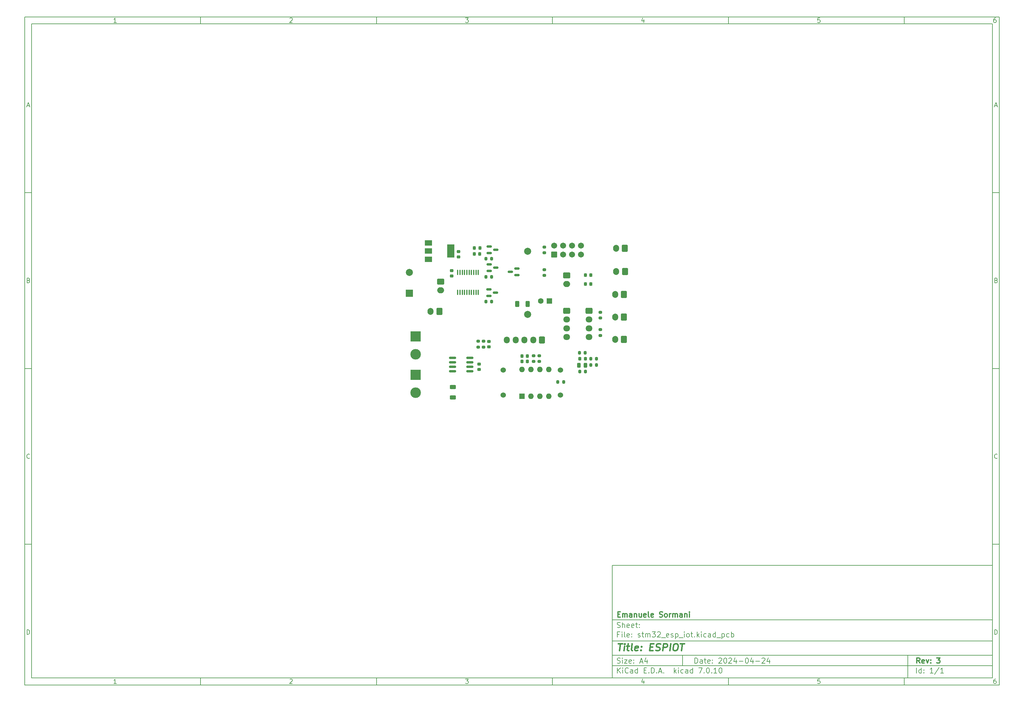
<source format=gbr>
%TF.GenerationSoftware,KiCad,Pcbnew,7.0.10*%
%TF.CreationDate,2024-04-24T00:52:37+02:00*%
%TF.ProjectId,stm32_esp_iot,73746d33-325f-4657-9370-5f696f742e6b,3*%
%TF.SameCoordinates,Original*%
%TF.FileFunction,Soldermask,Top*%
%TF.FilePolarity,Negative*%
%FSLAX46Y46*%
G04 Gerber Fmt 4.6, Leading zero omitted, Abs format (unit mm)*
G04 Created by KiCad (PCBNEW 7.0.10) date 2024-04-24 00:52:37*
%MOMM*%
%LPD*%
G01*
G04 APERTURE LIST*
G04 Aperture macros list*
%AMRoundRect*
0 Rectangle with rounded corners*
0 $1 Rounding radius*
0 $2 $3 $4 $5 $6 $7 $8 $9 X,Y pos of 4 corners*
0 Add a 4 corners polygon primitive as box body*
4,1,4,$2,$3,$4,$5,$6,$7,$8,$9,$2,$3,0*
0 Add four circle primitives for the rounded corners*
1,1,$1+$1,$2,$3*
1,1,$1+$1,$4,$5*
1,1,$1+$1,$6,$7*
1,1,$1+$1,$8,$9*
0 Add four rect primitives between the rounded corners*
20,1,$1+$1,$2,$3,$4,$5,0*
20,1,$1+$1,$4,$5,$6,$7,0*
20,1,$1+$1,$6,$7,$8,$9,0*
20,1,$1+$1,$8,$9,$2,$3,0*%
G04 Aperture macros list end*
%ADD10C,0.100000*%
%ADD11C,0.150000*%
%ADD12C,0.300000*%
%ADD13C,0.400000*%
%ADD14RoundRect,0.250000X0.312500X0.625000X-0.312500X0.625000X-0.312500X-0.625000X0.312500X-0.625000X0*%
%ADD15RoundRect,0.225000X-0.225000X-0.250000X0.225000X-0.250000X0.225000X0.250000X-0.225000X0.250000X0*%
%ADD16R,1.600000X1.600000*%
%ADD17C,1.600000*%
%ADD18RoundRect,0.150000X0.587500X0.150000X-0.587500X0.150000X-0.587500X-0.150000X0.587500X-0.150000X0*%
%ADD19RoundRect,0.200000X0.200000X0.275000X-0.200000X0.275000X-0.200000X-0.275000X0.200000X-0.275000X0*%
%ADD20RoundRect,0.225000X-0.250000X0.225000X-0.250000X-0.225000X0.250000X-0.225000X0.250000X0.225000X0*%
%ADD21RoundRect,0.200000X0.275000X-0.200000X0.275000X0.200000X-0.275000X0.200000X-0.275000X-0.200000X0*%
%ADD22RoundRect,0.150000X-0.587500X-0.150000X0.587500X-0.150000X0.587500X0.150000X-0.587500X0.150000X0*%
%ADD23RoundRect,0.243750X-0.243750X-0.456250X0.243750X-0.456250X0.243750X0.456250X-0.243750X0.456250X0*%
%ADD24RoundRect,0.150000X-0.825000X-0.150000X0.825000X-0.150000X0.825000X0.150000X-0.825000X0.150000X0*%
%ADD25RoundRect,0.200000X-0.200000X-0.275000X0.200000X-0.275000X0.200000X0.275000X-0.200000X0.275000X0*%
%ADD26RoundRect,0.218750X-0.218750X-0.256250X0.218750X-0.256250X0.218750X0.256250X-0.218750X0.256250X0*%
%ADD27RoundRect,0.200000X-0.275000X0.200000X-0.275000X-0.200000X0.275000X-0.200000X0.275000X0.200000X0*%
%ADD28R,2.000000X1.500000*%
%ADD29R,2.000000X3.800000*%
%ADD30RoundRect,0.250000X0.600000X0.725000X-0.600000X0.725000X-0.600000X-0.725000X0.600000X-0.725000X0*%
%ADD31O,1.700000X1.950000*%
%ADD32RoundRect,0.250000X0.625000X-0.312500X0.625000X0.312500X-0.625000X0.312500X-0.625000X-0.312500X0*%
%ADD33RoundRect,0.250000X0.600000X0.750000X-0.600000X0.750000X-0.600000X-0.750000X0.600000X-0.750000X0*%
%ADD34O,1.700000X2.000000*%
%ADD35O,1.600000X1.600000*%
%ADD36RoundRect,0.250000X-0.750000X0.600000X-0.750000X-0.600000X0.750000X-0.600000X0.750000X0.600000X0*%
%ADD37O,2.000000X1.700000*%
%ADD38RoundRect,0.100000X-0.100000X0.637500X-0.100000X-0.637500X0.100000X-0.637500X0.100000X0.637500X0*%
%ADD39RoundRect,0.102000X-0.750000X-0.750000X0.750000X-0.750000X0.750000X0.750000X-0.750000X0.750000X0*%
%ADD40C,1.704000*%
%ADD41R,2.999740X2.999740*%
%ADD42C,2.999740*%
%ADD43RoundRect,0.250000X-0.725000X0.600000X-0.725000X-0.600000X0.725000X-0.600000X0.725000X0.600000X0*%
%ADD44O,1.950000X1.700000*%
%ADD45C,2.000000*%
%ADD46R,2.000000X2.000000*%
%ADD47C,1.524000*%
G04 APERTURE END LIST*
D10*
D11*
X177002200Y-166007200D02*
X285002200Y-166007200D01*
X285002200Y-198007200D01*
X177002200Y-198007200D01*
X177002200Y-166007200D01*
D10*
D11*
X10000000Y-10000000D02*
X287002200Y-10000000D01*
X287002200Y-200007200D01*
X10000000Y-200007200D01*
X10000000Y-10000000D01*
D10*
D11*
X12000000Y-12000000D02*
X285002200Y-12000000D01*
X285002200Y-198007200D01*
X12000000Y-198007200D01*
X12000000Y-12000000D01*
D10*
D11*
X60000000Y-12000000D02*
X60000000Y-10000000D01*
D10*
D11*
X110000000Y-12000000D02*
X110000000Y-10000000D01*
D10*
D11*
X160000000Y-12000000D02*
X160000000Y-10000000D01*
D10*
D11*
X210000000Y-12000000D02*
X210000000Y-10000000D01*
D10*
D11*
X260000000Y-12000000D02*
X260000000Y-10000000D01*
D10*
D11*
X36089160Y-11593604D02*
X35346303Y-11593604D01*
X35717731Y-11593604D02*
X35717731Y-10293604D01*
X35717731Y-10293604D02*
X35593922Y-10479319D01*
X35593922Y-10479319D02*
X35470112Y-10603128D01*
X35470112Y-10603128D02*
X35346303Y-10665033D01*
D10*
D11*
X85346303Y-10417414D02*
X85408207Y-10355509D01*
X85408207Y-10355509D02*
X85532017Y-10293604D01*
X85532017Y-10293604D02*
X85841541Y-10293604D01*
X85841541Y-10293604D02*
X85965350Y-10355509D01*
X85965350Y-10355509D02*
X86027255Y-10417414D01*
X86027255Y-10417414D02*
X86089160Y-10541223D01*
X86089160Y-10541223D02*
X86089160Y-10665033D01*
X86089160Y-10665033D02*
X86027255Y-10850747D01*
X86027255Y-10850747D02*
X85284398Y-11593604D01*
X85284398Y-11593604D02*
X86089160Y-11593604D01*
D10*
D11*
X135284398Y-10293604D02*
X136089160Y-10293604D01*
X136089160Y-10293604D02*
X135655826Y-10788842D01*
X135655826Y-10788842D02*
X135841541Y-10788842D01*
X135841541Y-10788842D02*
X135965350Y-10850747D01*
X135965350Y-10850747D02*
X136027255Y-10912652D01*
X136027255Y-10912652D02*
X136089160Y-11036461D01*
X136089160Y-11036461D02*
X136089160Y-11345985D01*
X136089160Y-11345985D02*
X136027255Y-11469795D01*
X136027255Y-11469795D02*
X135965350Y-11531700D01*
X135965350Y-11531700D02*
X135841541Y-11593604D01*
X135841541Y-11593604D02*
X135470112Y-11593604D01*
X135470112Y-11593604D02*
X135346303Y-11531700D01*
X135346303Y-11531700D02*
X135284398Y-11469795D01*
D10*
D11*
X185965350Y-10726938D02*
X185965350Y-11593604D01*
X185655826Y-10231700D02*
X185346303Y-11160271D01*
X185346303Y-11160271D02*
X186151064Y-11160271D01*
D10*
D11*
X236027255Y-10293604D02*
X235408207Y-10293604D01*
X235408207Y-10293604D02*
X235346303Y-10912652D01*
X235346303Y-10912652D02*
X235408207Y-10850747D01*
X235408207Y-10850747D02*
X235532017Y-10788842D01*
X235532017Y-10788842D02*
X235841541Y-10788842D01*
X235841541Y-10788842D02*
X235965350Y-10850747D01*
X235965350Y-10850747D02*
X236027255Y-10912652D01*
X236027255Y-10912652D02*
X236089160Y-11036461D01*
X236089160Y-11036461D02*
X236089160Y-11345985D01*
X236089160Y-11345985D02*
X236027255Y-11469795D01*
X236027255Y-11469795D02*
X235965350Y-11531700D01*
X235965350Y-11531700D02*
X235841541Y-11593604D01*
X235841541Y-11593604D02*
X235532017Y-11593604D01*
X235532017Y-11593604D02*
X235408207Y-11531700D01*
X235408207Y-11531700D02*
X235346303Y-11469795D01*
D10*
D11*
X285965350Y-10293604D02*
X285717731Y-10293604D01*
X285717731Y-10293604D02*
X285593922Y-10355509D01*
X285593922Y-10355509D02*
X285532017Y-10417414D01*
X285532017Y-10417414D02*
X285408207Y-10603128D01*
X285408207Y-10603128D02*
X285346303Y-10850747D01*
X285346303Y-10850747D02*
X285346303Y-11345985D01*
X285346303Y-11345985D02*
X285408207Y-11469795D01*
X285408207Y-11469795D02*
X285470112Y-11531700D01*
X285470112Y-11531700D02*
X285593922Y-11593604D01*
X285593922Y-11593604D02*
X285841541Y-11593604D01*
X285841541Y-11593604D02*
X285965350Y-11531700D01*
X285965350Y-11531700D02*
X286027255Y-11469795D01*
X286027255Y-11469795D02*
X286089160Y-11345985D01*
X286089160Y-11345985D02*
X286089160Y-11036461D01*
X286089160Y-11036461D02*
X286027255Y-10912652D01*
X286027255Y-10912652D02*
X285965350Y-10850747D01*
X285965350Y-10850747D02*
X285841541Y-10788842D01*
X285841541Y-10788842D02*
X285593922Y-10788842D01*
X285593922Y-10788842D02*
X285470112Y-10850747D01*
X285470112Y-10850747D02*
X285408207Y-10912652D01*
X285408207Y-10912652D02*
X285346303Y-11036461D01*
D10*
D11*
X60000000Y-198007200D02*
X60000000Y-200007200D01*
D10*
D11*
X110000000Y-198007200D02*
X110000000Y-200007200D01*
D10*
D11*
X160000000Y-198007200D02*
X160000000Y-200007200D01*
D10*
D11*
X210000000Y-198007200D02*
X210000000Y-200007200D01*
D10*
D11*
X260000000Y-198007200D02*
X260000000Y-200007200D01*
D10*
D11*
X36089160Y-199600804D02*
X35346303Y-199600804D01*
X35717731Y-199600804D02*
X35717731Y-198300804D01*
X35717731Y-198300804D02*
X35593922Y-198486519D01*
X35593922Y-198486519D02*
X35470112Y-198610328D01*
X35470112Y-198610328D02*
X35346303Y-198672233D01*
D10*
D11*
X85346303Y-198424614D02*
X85408207Y-198362709D01*
X85408207Y-198362709D02*
X85532017Y-198300804D01*
X85532017Y-198300804D02*
X85841541Y-198300804D01*
X85841541Y-198300804D02*
X85965350Y-198362709D01*
X85965350Y-198362709D02*
X86027255Y-198424614D01*
X86027255Y-198424614D02*
X86089160Y-198548423D01*
X86089160Y-198548423D02*
X86089160Y-198672233D01*
X86089160Y-198672233D02*
X86027255Y-198857947D01*
X86027255Y-198857947D02*
X85284398Y-199600804D01*
X85284398Y-199600804D02*
X86089160Y-199600804D01*
D10*
D11*
X135284398Y-198300804D02*
X136089160Y-198300804D01*
X136089160Y-198300804D02*
X135655826Y-198796042D01*
X135655826Y-198796042D02*
X135841541Y-198796042D01*
X135841541Y-198796042D02*
X135965350Y-198857947D01*
X135965350Y-198857947D02*
X136027255Y-198919852D01*
X136027255Y-198919852D02*
X136089160Y-199043661D01*
X136089160Y-199043661D02*
X136089160Y-199353185D01*
X136089160Y-199353185D02*
X136027255Y-199476995D01*
X136027255Y-199476995D02*
X135965350Y-199538900D01*
X135965350Y-199538900D02*
X135841541Y-199600804D01*
X135841541Y-199600804D02*
X135470112Y-199600804D01*
X135470112Y-199600804D02*
X135346303Y-199538900D01*
X135346303Y-199538900D02*
X135284398Y-199476995D01*
D10*
D11*
X185965350Y-198734138D02*
X185965350Y-199600804D01*
X185655826Y-198238900D02*
X185346303Y-199167471D01*
X185346303Y-199167471D02*
X186151064Y-199167471D01*
D10*
D11*
X236027255Y-198300804D02*
X235408207Y-198300804D01*
X235408207Y-198300804D02*
X235346303Y-198919852D01*
X235346303Y-198919852D02*
X235408207Y-198857947D01*
X235408207Y-198857947D02*
X235532017Y-198796042D01*
X235532017Y-198796042D02*
X235841541Y-198796042D01*
X235841541Y-198796042D02*
X235965350Y-198857947D01*
X235965350Y-198857947D02*
X236027255Y-198919852D01*
X236027255Y-198919852D02*
X236089160Y-199043661D01*
X236089160Y-199043661D02*
X236089160Y-199353185D01*
X236089160Y-199353185D02*
X236027255Y-199476995D01*
X236027255Y-199476995D02*
X235965350Y-199538900D01*
X235965350Y-199538900D02*
X235841541Y-199600804D01*
X235841541Y-199600804D02*
X235532017Y-199600804D01*
X235532017Y-199600804D02*
X235408207Y-199538900D01*
X235408207Y-199538900D02*
X235346303Y-199476995D01*
D10*
D11*
X285965350Y-198300804D02*
X285717731Y-198300804D01*
X285717731Y-198300804D02*
X285593922Y-198362709D01*
X285593922Y-198362709D02*
X285532017Y-198424614D01*
X285532017Y-198424614D02*
X285408207Y-198610328D01*
X285408207Y-198610328D02*
X285346303Y-198857947D01*
X285346303Y-198857947D02*
X285346303Y-199353185D01*
X285346303Y-199353185D02*
X285408207Y-199476995D01*
X285408207Y-199476995D02*
X285470112Y-199538900D01*
X285470112Y-199538900D02*
X285593922Y-199600804D01*
X285593922Y-199600804D02*
X285841541Y-199600804D01*
X285841541Y-199600804D02*
X285965350Y-199538900D01*
X285965350Y-199538900D02*
X286027255Y-199476995D01*
X286027255Y-199476995D02*
X286089160Y-199353185D01*
X286089160Y-199353185D02*
X286089160Y-199043661D01*
X286089160Y-199043661D02*
X286027255Y-198919852D01*
X286027255Y-198919852D02*
X285965350Y-198857947D01*
X285965350Y-198857947D02*
X285841541Y-198796042D01*
X285841541Y-198796042D02*
X285593922Y-198796042D01*
X285593922Y-198796042D02*
X285470112Y-198857947D01*
X285470112Y-198857947D02*
X285408207Y-198919852D01*
X285408207Y-198919852D02*
X285346303Y-199043661D01*
D10*
D11*
X10000000Y-60000000D02*
X12000000Y-60000000D01*
D10*
D11*
X10000000Y-110000000D02*
X12000000Y-110000000D01*
D10*
D11*
X10000000Y-160000000D02*
X12000000Y-160000000D01*
D10*
D11*
X10690476Y-35222176D02*
X11309523Y-35222176D01*
X10566666Y-35593604D02*
X10999999Y-34293604D01*
X10999999Y-34293604D02*
X11433333Y-35593604D01*
D10*
D11*
X11092857Y-84912652D02*
X11278571Y-84974557D01*
X11278571Y-84974557D02*
X11340476Y-85036461D01*
X11340476Y-85036461D02*
X11402380Y-85160271D01*
X11402380Y-85160271D02*
X11402380Y-85345985D01*
X11402380Y-85345985D02*
X11340476Y-85469795D01*
X11340476Y-85469795D02*
X11278571Y-85531700D01*
X11278571Y-85531700D02*
X11154761Y-85593604D01*
X11154761Y-85593604D02*
X10659523Y-85593604D01*
X10659523Y-85593604D02*
X10659523Y-84293604D01*
X10659523Y-84293604D02*
X11092857Y-84293604D01*
X11092857Y-84293604D02*
X11216666Y-84355509D01*
X11216666Y-84355509D02*
X11278571Y-84417414D01*
X11278571Y-84417414D02*
X11340476Y-84541223D01*
X11340476Y-84541223D02*
X11340476Y-84665033D01*
X11340476Y-84665033D02*
X11278571Y-84788842D01*
X11278571Y-84788842D02*
X11216666Y-84850747D01*
X11216666Y-84850747D02*
X11092857Y-84912652D01*
X11092857Y-84912652D02*
X10659523Y-84912652D01*
D10*
D11*
X11402380Y-135469795D02*
X11340476Y-135531700D01*
X11340476Y-135531700D02*
X11154761Y-135593604D01*
X11154761Y-135593604D02*
X11030952Y-135593604D01*
X11030952Y-135593604D02*
X10845238Y-135531700D01*
X10845238Y-135531700D02*
X10721428Y-135407890D01*
X10721428Y-135407890D02*
X10659523Y-135284080D01*
X10659523Y-135284080D02*
X10597619Y-135036461D01*
X10597619Y-135036461D02*
X10597619Y-134850747D01*
X10597619Y-134850747D02*
X10659523Y-134603128D01*
X10659523Y-134603128D02*
X10721428Y-134479319D01*
X10721428Y-134479319D02*
X10845238Y-134355509D01*
X10845238Y-134355509D02*
X11030952Y-134293604D01*
X11030952Y-134293604D02*
X11154761Y-134293604D01*
X11154761Y-134293604D02*
X11340476Y-134355509D01*
X11340476Y-134355509D02*
X11402380Y-134417414D01*
D10*
D11*
X10659523Y-185593604D02*
X10659523Y-184293604D01*
X10659523Y-184293604D02*
X10969047Y-184293604D01*
X10969047Y-184293604D02*
X11154761Y-184355509D01*
X11154761Y-184355509D02*
X11278571Y-184479319D01*
X11278571Y-184479319D02*
X11340476Y-184603128D01*
X11340476Y-184603128D02*
X11402380Y-184850747D01*
X11402380Y-184850747D02*
X11402380Y-185036461D01*
X11402380Y-185036461D02*
X11340476Y-185284080D01*
X11340476Y-185284080D02*
X11278571Y-185407890D01*
X11278571Y-185407890D02*
X11154761Y-185531700D01*
X11154761Y-185531700D02*
X10969047Y-185593604D01*
X10969047Y-185593604D02*
X10659523Y-185593604D01*
D10*
D11*
X287002200Y-60000000D02*
X285002200Y-60000000D01*
D10*
D11*
X287002200Y-110000000D02*
X285002200Y-110000000D01*
D10*
D11*
X287002200Y-160000000D02*
X285002200Y-160000000D01*
D10*
D11*
X285692676Y-35222176D02*
X286311723Y-35222176D01*
X285568866Y-35593604D02*
X286002199Y-34293604D01*
X286002199Y-34293604D02*
X286435533Y-35593604D01*
D10*
D11*
X286095057Y-84912652D02*
X286280771Y-84974557D01*
X286280771Y-84974557D02*
X286342676Y-85036461D01*
X286342676Y-85036461D02*
X286404580Y-85160271D01*
X286404580Y-85160271D02*
X286404580Y-85345985D01*
X286404580Y-85345985D02*
X286342676Y-85469795D01*
X286342676Y-85469795D02*
X286280771Y-85531700D01*
X286280771Y-85531700D02*
X286156961Y-85593604D01*
X286156961Y-85593604D02*
X285661723Y-85593604D01*
X285661723Y-85593604D02*
X285661723Y-84293604D01*
X285661723Y-84293604D02*
X286095057Y-84293604D01*
X286095057Y-84293604D02*
X286218866Y-84355509D01*
X286218866Y-84355509D02*
X286280771Y-84417414D01*
X286280771Y-84417414D02*
X286342676Y-84541223D01*
X286342676Y-84541223D02*
X286342676Y-84665033D01*
X286342676Y-84665033D02*
X286280771Y-84788842D01*
X286280771Y-84788842D02*
X286218866Y-84850747D01*
X286218866Y-84850747D02*
X286095057Y-84912652D01*
X286095057Y-84912652D02*
X285661723Y-84912652D01*
D10*
D11*
X286404580Y-135469795D02*
X286342676Y-135531700D01*
X286342676Y-135531700D02*
X286156961Y-135593604D01*
X286156961Y-135593604D02*
X286033152Y-135593604D01*
X286033152Y-135593604D02*
X285847438Y-135531700D01*
X285847438Y-135531700D02*
X285723628Y-135407890D01*
X285723628Y-135407890D02*
X285661723Y-135284080D01*
X285661723Y-135284080D02*
X285599819Y-135036461D01*
X285599819Y-135036461D02*
X285599819Y-134850747D01*
X285599819Y-134850747D02*
X285661723Y-134603128D01*
X285661723Y-134603128D02*
X285723628Y-134479319D01*
X285723628Y-134479319D02*
X285847438Y-134355509D01*
X285847438Y-134355509D02*
X286033152Y-134293604D01*
X286033152Y-134293604D02*
X286156961Y-134293604D01*
X286156961Y-134293604D02*
X286342676Y-134355509D01*
X286342676Y-134355509D02*
X286404580Y-134417414D01*
D10*
D11*
X285661723Y-185593604D02*
X285661723Y-184293604D01*
X285661723Y-184293604D02*
X285971247Y-184293604D01*
X285971247Y-184293604D02*
X286156961Y-184355509D01*
X286156961Y-184355509D02*
X286280771Y-184479319D01*
X286280771Y-184479319D02*
X286342676Y-184603128D01*
X286342676Y-184603128D02*
X286404580Y-184850747D01*
X286404580Y-184850747D02*
X286404580Y-185036461D01*
X286404580Y-185036461D02*
X286342676Y-185284080D01*
X286342676Y-185284080D02*
X286280771Y-185407890D01*
X286280771Y-185407890D02*
X286156961Y-185531700D01*
X286156961Y-185531700D02*
X285971247Y-185593604D01*
X285971247Y-185593604D02*
X285661723Y-185593604D01*
D10*
D11*
X200458026Y-193793328D02*
X200458026Y-192293328D01*
X200458026Y-192293328D02*
X200815169Y-192293328D01*
X200815169Y-192293328D02*
X201029455Y-192364757D01*
X201029455Y-192364757D02*
X201172312Y-192507614D01*
X201172312Y-192507614D02*
X201243741Y-192650471D01*
X201243741Y-192650471D02*
X201315169Y-192936185D01*
X201315169Y-192936185D02*
X201315169Y-193150471D01*
X201315169Y-193150471D02*
X201243741Y-193436185D01*
X201243741Y-193436185D02*
X201172312Y-193579042D01*
X201172312Y-193579042D02*
X201029455Y-193721900D01*
X201029455Y-193721900D02*
X200815169Y-193793328D01*
X200815169Y-193793328D02*
X200458026Y-193793328D01*
X202600884Y-193793328D02*
X202600884Y-193007614D01*
X202600884Y-193007614D02*
X202529455Y-192864757D01*
X202529455Y-192864757D02*
X202386598Y-192793328D01*
X202386598Y-192793328D02*
X202100884Y-192793328D01*
X202100884Y-192793328D02*
X201958026Y-192864757D01*
X202600884Y-193721900D02*
X202458026Y-193793328D01*
X202458026Y-193793328D02*
X202100884Y-193793328D01*
X202100884Y-193793328D02*
X201958026Y-193721900D01*
X201958026Y-193721900D02*
X201886598Y-193579042D01*
X201886598Y-193579042D02*
X201886598Y-193436185D01*
X201886598Y-193436185D02*
X201958026Y-193293328D01*
X201958026Y-193293328D02*
X202100884Y-193221900D01*
X202100884Y-193221900D02*
X202458026Y-193221900D01*
X202458026Y-193221900D02*
X202600884Y-193150471D01*
X203100884Y-192793328D02*
X203672312Y-192793328D01*
X203315169Y-192293328D02*
X203315169Y-193579042D01*
X203315169Y-193579042D02*
X203386598Y-193721900D01*
X203386598Y-193721900D02*
X203529455Y-193793328D01*
X203529455Y-193793328D02*
X203672312Y-193793328D01*
X204743741Y-193721900D02*
X204600884Y-193793328D01*
X204600884Y-193793328D02*
X204315170Y-193793328D01*
X204315170Y-193793328D02*
X204172312Y-193721900D01*
X204172312Y-193721900D02*
X204100884Y-193579042D01*
X204100884Y-193579042D02*
X204100884Y-193007614D01*
X204100884Y-193007614D02*
X204172312Y-192864757D01*
X204172312Y-192864757D02*
X204315170Y-192793328D01*
X204315170Y-192793328D02*
X204600884Y-192793328D01*
X204600884Y-192793328D02*
X204743741Y-192864757D01*
X204743741Y-192864757D02*
X204815170Y-193007614D01*
X204815170Y-193007614D02*
X204815170Y-193150471D01*
X204815170Y-193150471D02*
X204100884Y-193293328D01*
X205458026Y-193650471D02*
X205529455Y-193721900D01*
X205529455Y-193721900D02*
X205458026Y-193793328D01*
X205458026Y-193793328D02*
X205386598Y-193721900D01*
X205386598Y-193721900D02*
X205458026Y-193650471D01*
X205458026Y-193650471D02*
X205458026Y-193793328D01*
X205458026Y-192864757D02*
X205529455Y-192936185D01*
X205529455Y-192936185D02*
X205458026Y-193007614D01*
X205458026Y-193007614D02*
X205386598Y-192936185D01*
X205386598Y-192936185D02*
X205458026Y-192864757D01*
X205458026Y-192864757D02*
X205458026Y-193007614D01*
X207243741Y-192436185D02*
X207315169Y-192364757D01*
X207315169Y-192364757D02*
X207458027Y-192293328D01*
X207458027Y-192293328D02*
X207815169Y-192293328D01*
X207815169Y-192293328D02*
X207958027Y-192364757D01*
X207958027Y-192364757D02*
X208029455Y-192436185D01*
X208029455Y-192436185D02*
X208100884Y-192579042D01*
X208100884Y-192579042D02*
X208100884Y-192721900D01*
X208100884Y-192721900D02*
X208029455Y-192936185D01*
X208029455Y-192936185D02*
X207172312Y-193793328D01*
X207172312Y-193793328D02*
X208100884Y-193793328D01*
X209029455Y-192293328D02*
X209172312Y-192293328D01*
X209172312Y-192293328D02*
X209315169Y-192364757D01*
X209315169Y-192364757D02*
X209386598Y-192436185D01*
X209386598Y-192436185D02*
X209458026Y-192579042D01*
X209458026Y-192579042D02*
X209529455Y-192864757D01*
X209529455Y-192864757D02*
X209529455Y-193221900D01*
X209529455Y-193221900D02*
X209458026Y-193507614D01*
X209458026Y-193507614D02*
X209386598Y-193650471D01*
X209386598Y-193650471D02*
X209315169Y-193721900D01*
X209315169Y-193721900D02*
X209172312Y-193793328D01*
X209172312Y-193793328D02*
X209029455Y-193793328D01*
X209029455Y-193793328D02*
X208886598Y-193721900D01*
X208886598Y-193721900D02*
X208815169Y-193650471D01*
X208815169Y-193650471D02*
X208743740Y-193507614D01*
X208743740Y-193507614D02*
X208672312Y-193221900D01*
X208672312Y-193221900D02*
X208672312Y-192864757D01*
X208672312Y-192864757D02*
X208743740Y-192579042D01*
X208743740Y-192579042D02*
X208815169Y-192436185D01*
X208815169Y-192436185D02*
X208886598Y-192364757D01*
X208886598Y-192364757D02*
X209029455Y-192293328D01*
X210100883Y-192436185D02*
X210172311Y-192364757D01*
X210172311Y-192364757D02*
X210315169Y-192293328D01*
X210315169Y-192293328D02*
X210672311Y-192293328D01*
X210672311Y-192293328D02*
X210815169Y-192364757D01*
X210815169Y-192364757D02*
X210886597Y-192436185D01*
X210886597Y-192436185D02*
X210958026Y-192579042D01*
X210958026Y-192579042D02*
X210958026Y-192721900D01*
X210958026Y-192721900D02*
X210886597Y-192936185D01*
X210886597Y-192936185D02*
X210029454Y-193793328D01*
X210029454Y-193793328D02*
X210958026Y-193793328D01*
X212243740Y-192793328D02*
X212243740Y-193793328D01*
X211886597Y-192221900D02*
X211529454Y-193293328D01*
X211529454Y-193293328D02*
X212458025Y-193293328D01*
X213029453Y-193221900D02*
X214172311Y-193221900D01*
X215172311Y-192293328D02*
X215315168Y-192293328D01*
X215315168Y-192293328D02*
X215458025Y-192364757D01*
X215458025Y-192364757D02*
X215529454Y-192436185D01*
X215529454Y-192436185D02*
X215600882Y-192579042D01*
X215600882Y-192579042D02*
X215672311Y-192864757D01*
X215672311Y-192864757D02*
X215672311Y-193221900D01*
X215672311Y-193221900D02*
X215600882Y-193507614D01*
X215600882Y-193507614D02*
X215529454Y-193650471D01*
X215529454Y-193650471D02*
X215458025Y-193721900D01*
X215458025Y-193721900D02*
X215315168Y-193793328D01*
X215315168Y-193793328D02*
X215172311Y-193793328D01*
X215172311Y-193793328D02*
X215029454Y-193721900D01*
X215029454Y-193721900D02*
X214958025Y-193650471D01*
X214958025Y-193650471D02*
X214886596Y-193507614D01*
X214886596Y-193507614D02*
X214815168Y-193221900D01*
X214815168Y-193221900D02*
X214815168Y-192864757D01*
X214815168Y-192864757D02*
X214886596Y-192579042D01*
X214886596Y-192579042D02*
X214958025Y-192436185D01*
X214958025Y-192436185D02*
X215029454Y-192364757D01*
X215029454Y-192364757D02*
X215172311Y-192293328D01*
X216958025Y-192793328D02*
X216958025Y-193793328D01*
X216600882Y-192221900D02*
X216243739Y-193293328D01*
X216243739Y-193293328D02*
X217172310Y-193293328D01*
X217743738Y-193221900D02*
X218886596Y-193221900D01*
X219529453Y-192436185D02*
X219600881Y-192364757D01*
X219600881Y-192364757D02*
X219743739Y-192293328D01*
X219743739Y-192293328D02*
X220100881Y-192293328D01*
X220100881Y-192293328D02*
X220243739Y-192364757D01*
X220243739Y-192364757D02*
X220315167Y-192436185D01*
X220315167Y-192436185D02*
X220386596Y-192579042D01*
X220386596Y-192579042D02*
X220386596Y-192721900D01*
X220386596Y-192721900D02*
X220315167Y-192936185D01*
X220315167Y-192936185D02*
X219458024Y-193793328D01*
X219458024Y-193793328D02*
X220386596Y-193793328D01*
X221672310Y-192793328D02*
X221672310Y-193793328D01*
X221315167Y-192221900D02*
X220958024Y-193293328D01*
X220958024Y-193293328D02*
X221886595Y-193293328D01*
D10*
D11*
X177002200Y-194507200D02*
X285002200Y-194507200D01*
D10*
D11*
X178458026Y-196593328D02*
X178458026Y-195093328D01*
X179315169Y-196593328D02*
X178672312Y-195736185D01*
X179315169Y-195093328D02*
X178458026Y-195950471D01*
X179958026Y-196593328D02*
X179958026Y-195593328D01*
X179958026Y-195093328D02*
X179886598Y-195164757D01*
X179886598Y-195164757D02*
X179958026Y-195236185D01*
X179958026Y-195236185D02*
X180029455Y-195164757D01*
X180029455Y-195164757D02*
X179958026Y-195093328D01*
X179958026Y-195093328D02*
X179958026Y-195236185D01*
X181529455Y-196450471D02*
X181458027Y-196521900D01*
X181458027Y-196521900D02*
X181243741Y-196593328D01*
X181243741Y-196593328D02*
X181100884Y-196593328D01*
X181100884Y-196593328D02*
X180886598Y-196521900D01*
X180886598Y-196521900D02*
X180743741Y-196379042D01*
X180743741Y-196379042D02*
X180672312Y-196236185D01*
X180672312Y-196236185D02*
X180600884Y-195950471D01*
X180600884Y-195950471D02*
X180600884Y-195736185D01*
X180600884Y-195736185D02*
X180672312Y-195450471D01*
X180672312Y-195450471D02*
X180743741Y-195307614D01*
X180743741Y-195307614D02*
X180886598Y-195164757D01*
X180886598Y-195164757D02*
X181100884Y-195093328D01*
X181100884Y-195093328D02*
X181243741Y-195093328D01*
X181243741Y-195093328D02*
X181458027Y-195164757D01*
X181458027Y-195164757D02*
X181529455Y-195236185D01*
X182815170Y-196593328D02*
X182815170Y-195807614D01*
X182815170Y-195807614D02*
X182743741Y-195664757D01*
X182743741Y-195664757D02*
X182600884Y-195593328D01*
X182600884Y-195593328D02*
X182315170Y-195593328D01*
X182315170Y-195593328D02*
X182172312Y-195664757D01*
X182815170Y-196521900D02*
X182672312Y-196593328D01*
X182672312Y-196593328D02*
X182315170Y-196593328D01*
X182315170Y-196593328D02*
X182172312Y-196521900D01*
X182172312Y-196521900D02*
X182100884Y-196379042D01*
X182100884Y-196379042D02*
X182100884Y-196236185D01*
X182100884Y-196236185D02*
X182172312Y-196093328D01*
X182172312Y-196093328D02*
X182315170Y-196021900D01*
X182315170Y-196021900D02*
X182672312Y-196021900D01*
X182672312Y-196021900D02*
X182815170Y-195950471D01*
X184172313Y-196593328D02*
X184172313Y-195093328D01*
X184172313Y-196521900D02*
X184029455Y-196593328D01*
X184029455Y-196593328D02*
X183743741Y-196593328D01*
X183743741Y-196593328D02*
X183600884Y-196521900D01*
X183600884Y-196521900D02*
X183529455Y-196450471D01*
X183529455Y-196450471D02*
X183458027Y-196307614D01*
X183458027Y-196307614D02*
X183458027Y-195879042D01*
X183458027Y-195879042D02*
X183529455Y-195736185D01*
X183529455Y-195736185D02*
X183600884Y-195664757D01*
X183600884Y-195664757D02*
X183743741Y-195593328D01*
X183743741Y-195593328D02*
X184029455Y-195593328D01*
X184029455Y-195593328D02*
X184172313Y-195664757D01*
X186029455Y-195807614D02*
X186529455Y-195807614D01*
X186743741Y-196593328D02*
X186029455Y-196593328D01*
X186029455Y-196593328D02*
X186029455Y-195093328D01*
X186029455Y-195093328D02*
X186743741Y-195093328D01*
X187386598Y-196450471D02*
X187458027Y-196521900D01*
X187458027Y-196521900D02*
X187386598Y-196593328D01*
X187386598Y-196593328D02*
X187315170Y-196521900D01*
X187315170Y-196521900D02*
X187386598Y-196450471D01*
X187386598Y-196450471D02*
X187386598Y-196593328D01*
X188100884Y-196593328D02*
X188100884Y-195093328D01*
X188100884Y-195093328D02*
X188458027Y-195093328D01*
X188458027Y-195093328D02*
X188672313Y-195164757D01*
X188672313Y-195164757D02*
X188815170Y-195307614D01*
X188815170Y-195307614D02*
X188886599Y-195450471D01*
X188886599Y-195450471D02*
X188958027Y-195736185D01*
X188958027Y-195736185D02*
X188958027Y-195950471D01*
X188958027Y-195950471D02*
X188886599Y-196236185D01*
X188886599Y-196236185D02*
X188815170Y-196379042D01*
X188815170Y-196379042D02*
X188672313Y-196521900D01*
X188672313Y-196521900D02*
X188458027Y-196593328D01*
X188458027Y-196593328D02*
X188100884Y-196593328D01*
X189600884Y-196450471D02*
X189672313Y-196521900D01*
X189672313Y-196521900D02*
X189600884Y-196593328D01*
X189600884Y-196593328D02*
X189529456Y-196521900D01*
X189529456Y-196521900D02*
X189600884Y-196450471D01*
X189600884Y-196450471D02*
X189600884Y-196593328D01*
X190243742Y-196164757D02*
X190958028Y-196164757D01*
X190100885Y-196593328D02*
X190600885Y-195093328D01*
X190600885Y-195093328D02*
X191100885Y-196593328D01*
X191600884Y-196450471D02*
X191672313Y-196521900D01*
X191672313Y-196521900D02*
X191600884Y-196593328D01*
X191600884Y-196593328D02*
X191529456Y-196521900D01*
X191529456Y-196521900D02*
X191600884Y-196450471D01*
X191600884Y-196450471D02*
X191600884Y-196593328D01*
X194600884Y-196593328D02*
X194600884Y-195093328D01*
X194743742Y-196021900D02*
X195172313Y-196593328D01*
X195172313Y-195593328D02*
X194600884Y-196164757D01*
X195815170Y-196593328D02*
X195815170Y-195593328D01*
X195815170Y-195093328D02*
X195743742Y-195164757D01*
X195743742Y-195164757D02*
X195815170Y-195236185D01*
X195815170Y-195236185D02*
X195886599Y-195164757D01*
X195886599Y-195164757D02*
X195815170Y-195093328D01*
X195815170Y-195093328D02*
X195815170Y-195236185D01*
X197172314Y-196521900D02*
X197029456Y-196593328D01*
X197029456Y-196593328D02*
X196743742Y-196593328D01*
X196743742Y-196593328D02*
X196600885Y-196521900D01*
X196600885Y-196521900D02*
X196529456Y-196450471D01*
X196529456Y-196450471D02*
X196458028Y-196307614D01*
X196458028Y-196307614D02*
X196458028Y-195879042D01*
X196458028Y-195879042D02*
X196529456Y-195736185D01*
X196529456Y-195736185D02*
X196600885Y-195664757D01*
X196600885Y-195664757D02*
X196743742Y-195593328D01*
X196743742Y-195593328D02*
X197029456Y-195593328D01*
X197029456Y-195593328D02*
X197172314Y-195664757D01*
X198458028Y-196593328D02*
X198458028Y-195807614D01*
X198458028Y-195807614D02*
X198386599Y-195664757D01*
X198386599Y-195664757D02*
X198243742Y-195593328D01*
X198243742Y-195593328D02*
X197958028Y-195593328D01*
X197958028Y-195593328D02*
X197815170Y-195664757D01*
X198458028Y-196521900D02*
X198315170Y-196593328D01*
X198315170Y-196593328D02*
X197958028Y-196593328D01*
X197958028Y-196593328D02*
X197815170Y-196521900D01*
X197815170Y-196521900D02*
X197743742Y-196379042D01*
X197743742Y-196379042D02*
X197743742Y-196236185D01*
X197743742Y-196236185D02*
X197815170Y-196093328D01*
X197815170Y-196093328D02*
X197958028Y-196021900D01*
X197958028Y-196021900D02*
X198315170Y-196021900D01*
X198315170Y-196021900D02*
X198458028Y-195950471D01*
X199815171Y-196593328D02*
X199815171Y-195093328D01*
X199815171Y-196521900D02*
X199672313Y-196593328D01*
X199672313Y-196593328D02*
X199386599Y-196593328D01*
X199386599Y-196593328D02*
X199243742Y-196521900D01*
X199243742Y-196521900D02*
X199172313Y-196450471D01*
X199172313Y-196450471D02*
X199100885Y-196307614D01*
X199100885Y-196307614D02*
X199100885Y-195879042D01*
X199100885Y-195879042D02*
X199172313Y-195736185D01*
X199172313Y-195736185D02*
X199243742Y-195664757D01*
X199243742Y-195664757D02*
X199386599Y-195593328D01*
X199386599Y-195593328D02*
X199672313Y-195593328D01*
X199672313Y-195593328D02*
X199815171Y-195664757D01*
X201529456Y-195093328D02*
X202529456Y-195093328D01*
X202529456Y-195093328D02*
X201886599Y-196593328D01*
X203100884Y-196450471D02*
X203172313Y-196521900D01*
X203172313Y-196521900D02*
X203100884Y-196593328D01*
X203100884Y-196593328D02*
X203029456Y-196521900D01*
X203029456Y-196521900D02*
X203100884Y-196450471D01*
X203100884Y-196450471D02*
X203100884Y-196593328D01*
X204100885Y-195093328D02*
X204243742Y-195093328D01*
X204243742Y-195093328D02*
X204386599Y-195164757D01*
X204386599Y-195164757D02*
X204458028Y-195236185D01*
X204458028Y-195236185D02*
X204529456Y-195379042D01*
X204529456Y-195379042D02*
X204600885Y-195664757D01*
X204600885Y-195664757D02*
X204600885Y-196021900D01*
X204600885Y-196021900D02*
X204529456Y-196307614D01*
X204529456Y-196307614D02*
X204458028Y-196450471D01*
X204458028Y-196450471D02*
X204386599Y-196521900D01*
X204386599Y-196521900D02*
X204243742Y-196593328D01*
X204243742Y-196593328D02*
X204100885Y-196593328D01*
X204100885Y-196593328D02*
X203958028Y-196521900D01*
X203958028Y-196521900D02*
X203886599Y-196450471D01*
X203886599Y-196450471D02*
X203815170Y-196307614D01*
X203815170Y-196307614D02*
X203743742Y-196021900D01*
X203743742Y-196021900D02*
X203743742Y-195664757D01*
X203743742Y-195664757D02*
X203815170Y-195379042D01*
X203815170Y-195379042D02*
X203886599Y-195236185D01*
X203886599Y-195236185D02*
X203958028Y-195164757D01*
X203958028Y-195164757D02*
X204100885Y-195093328D01*
X205243741Y-196450471D02*
X205315170Y-196521900D01*
X205315170Y-196521900D02*
X205243741Y-196593328D01*
X205243741Y-196593328D02*
X205172313Y-196521900D01*
X205172313Y-196521900D02*
X205243741Y-196450471D01*
X205243741Y-196450471D02*
X205243741Y-196593328D01*
X206743742Y-196593328D02*
X205886599Y-196593328D01*
X206315170Y-196593328D02*
X206315170Y-195093328D01*
X206315170Y-195093328D02*
X206172313Y-195307614D01*
X206172313Y-195307614D02*
X206029456Y-195450471D01*
X206029456Y-195450471D02*
X205886599Y-195521900D01*
X207672313Y-195093328D02*
X207815170Y-195093328D01*
X207815170Y-195093328D02*
X207958027Y-195164757D01*
X207958027Y-195164757D02*
X208029456Y-195236185D01*
X208029456Y-195236185D02*
X208100884Y-195379042D01*
X208100884Y-195379042D02*
X208172313Y-195664757D01*
X208172313Y-195664757D02*
X208172313Y-196021900D01*
X208172313Y-196021900D02*
X208100884Y-196307614D01*
X208100884Y-196307614D02*
X208029456Y-196450471D01*
X208029456Y-196450471D02*
X207958027Y-196521900D01*
X207958027Y-196521900D02*
X207815170Y-196593328D01*
X207815170Y-196593328D02*
X207672313Y-196593328D01*
X207672313Y-196593328D02*
X207529456Y-196521900D01*
X207529456Y-196521900D02*
X207458027Y-196450471D01*
X207458027Y-196450471D02*
X207386598Y-196307614D01*
X207386598Y-196307614D02*
X207315170Y-196021900D01*
X207315170Y-196021900D02*
X207315170Y-195664757D01*
X207315170Y-195664757D02*
X207386598Y-195379042D01*
X207386598Y-195379042D02*
X207458027Y-195236185D01*
X207458027Y-195236185D02*
X207529456Y-195164757D01*
X207529456Y-195164757D02*
X207672313Y-195093328D01*
D10*
D11*
X177002200Y-191507200D02*
X285002200Y-191507200D01*
D10*
D12*
X264413853Y-193785528D02*
X263913853Y-193071242D01*
X263556710Y-193785528D02*
X263556710Y-192285528D01*
X263556710Y-192285528D02*
X264128139Y-192285528D01*
X264128139Y-192285528D02*
X264270996Y-192356957D01*
X264270996Y-192356957D02*
X264342425Y-192428385D01*
X264342425Y-192428385D02*
X264413853Y-192571242D01*
X264413853Y-192571242D02*
X264413853Y-192785528D01*
X264413853Y-192785528D02*
X264342425Y-192928385D01*
X264342425Y-192928385D02*
X264270996Y-192999814D01*
X264270996Y-192999814D02*
X264128139Y-193071242D01*
X264128139Y-193071242D02*
X263556710Y-193071242D01*
X265628139Y-193714100D02*
X265485282Y-193785528D01*
X265485282Y-193785528D02*
X265199568Y-193785528D01*
X265199568Y-193785528D02*
X265056710Y-193714100D01*
X265056710Y-193714100D02*
X264985282Y-193571242D01*
X264985282Y-193571242D02*
X264985282Y-192999814D01*
X264985282Y-192999814D02*
X265056710Y-192856957D01*
X265056710Y-192856957D02*
X265199568Y-192785528D01*
X265199568Y-192785528D02*
X265485282Y-192785528D01*
X265485282Y-192785528D02*
X265628139Y-192856957D01*
X265628139Y-192856957D02*
X265699568Y-192999814D01*
X265699568Y-192999814D02*
X265699568Y-193142671D01*
X265699568Y-193142671D02*
X264985282Y-193285528D01*
X266199567Y-192785528D02*
X266556710Y-193785528D01*
X266556710Y-193785528D02*
X266913853Y-192785528D01*
X267485281Y-193642671D02*
X267556710Y-193714100D01*
X267556710Y-193714100D02*
X267485281Y-193785528D01*
X267485281Y-193785528D02*
X267413853Y-193714100D01*
X267413853Y-193714100D02*
X267485281Y-193642671D01*
X267485281Y-193642671D02*
X267485281Y-193785528D01*
X267485281Y-192856957D02*
X267556710Y-192928385D01*
X267556710Y-192928385D02*
X267485281Y-192999814D01*
X267485281Y-192999814D02*
X267413853Y-192928385D01*
X267413853Y-192928385D02*
X267485281Y-192856957D01*
X267485281Y-192856957D02*
X267485281Y-192999814D01*
X269199567Y-192285528D02*
X270128139Y-192285528D01*
X270128139Y-192285528D02*
X269628139Y-192856957D01*
X269628139Y-192856957D02*
X269842424Y-192856957D01*
X269842424Y-192856957D02*
X269985282Y-192928385D01*
X269985282Y-192928385D02*
X270056710Y-192999814D01*
X270056710Y-192999814D02*
X270128139Y-193142671D01*
X270128139Y-193142671D02*
X270128139Y-193499814D01*
X270128139Y-193499814D02*
X270056710Y-193642671D01*
X270056710Y-193642671D02*
X269985282Y-193714100D01*
X269985282Y-193714100D02*
X269842424Y-193785528D01*
X269842424Y-193785528D02*
X269413853Y-193785528D01*
X269413853Y-193785528D02*
X269270996Y-193714100D01*
X269270996Y-193714100D02*
X269199567Y-193642671D01*
D10*
D11*
X178386598Y-193721900D02*
X178600884Y-193793328D01*
X178600884Y-193793328D02*
X178958026Y-193793328D01*
X178958026Y-193793328D02*
X179100884Y-193721900D01*
X179100884Y-193721900D02*
X179172312Y-193650471D01*
X179172312Y-193650471D02*
X179243741Y-193507614D01*
X179243741Y-193507614D02*
X179243741Y-193364757D01*
X179243741Y-193364757D02*
X179172312Y-193221900D01*
X179172312Y-193221900D02*
X179100884Y-193150471D01*
X179100884Y-193150471D02*
X178958026Y-193079042D01*
X178958026Y-193079042D02*
X178672312Y-193007614D01*
X178672312Y-193007614D02*
X178529455Y-192936185D01*
X178529455Y-192936185D02*
X178458026Y-192864757D01*
X178458026Y-192864757D02*
X178386598Y-192721900D01*
X178386598Y-192721900D02*
X178386598Y-192579042D01*
X178386598Y-192579042D02*
X178458026Y-192436185D01*
X178458026Y-192436185D02*
X178529455Y-192364757D01*
X178529455Y-192364757D02*
X178672312Y-192293328D01*
X178672312Y-192293328D02*
X179029455Y-192293328D01*
X179029455Y-192293328D02*
X179243741Y-192364757D01*
X179886597Y-193793328D02*
X179886597Y-192793328D01*
X179886597Y-192293328D02*
X179815169Y-192364757D01*
X179815169Y-192364757D02*
X179886597Y-192436185D01*
X179886597Y-192436185D02*
X179958026Y-192364757D01*
X179958026Y-192364757D02*
X179886597Y-192293328D01*
X179886597Y-192293328D02*
X179886597Y-192436185D01*
X180458026Y-192793328D02*
X181243741Y-192793328D01*
X181243741Y-192793328D02*
X180458026Y-193793328D01*
X180458026Y-193793328D02*
X181243741Y-193793328D01*
X182386598Y-193721900D02*
X182243741Y-193793328D01*
X182243741Y-193793328D02*
X181958027Y-193793328D01*
X181958027Y-193793328D02*
X181815169Y-193721900D01*
X181815169Y-193721900D02*
X181743741Y-193579042D01*
X181743741Y-193579042D02*
X181743741Y-193007614D01*
X181743741Y-193007614D02*
X181815169Y-192864757D01*
X181815169Y-192864757D02*
X181958027Y-192793328D01*
X181958027Y-192793328D02*
X182243741Y-192793328D01*
X182243741Y-192793328D02*
X182386598Y-192864757D01*
X182386598Y-192864757D02*
X182458027Y-193007614D01*
X182458027Y-193007614D02*
X182458027Y-193150471D01*
X182458027Y-193150471D02*
X181743741Y-193293328D01*
X183100883Y-193650471D02*
X183172312Y-193721900D01*
X183172312Y-193721900D02*
X183100883Y-193793328D01*
X183100883Y-193793328D02*
X183029455Y-193721900D01*
X183029455Y-193721900D02*
X183100883Y-193650471D01*
X183100883Y-193650471D02*
X183100883Y-193793328D01*
X183100883Y-192864757D02*
X183172312Y-192936185D01*
X183172312Y-192936185D02*
X183100883Y-193007614D01*
X183100883Y-193007614D02*
X183029455Y-192936185D01*
X183029455Y-192936185D02*
X183100883Y-192864757D01*
X183100883Y-192864757D02*
X183100883Y-193007614D01*
X184886598Y-193364757D02*
X185600884Y-193364757D01*
X184743741Y-193793328D02*
X185243741Y-192293328D01*
X185243741Y-192293328D02*
X185743741Y-193793328D01*
X186886598Y-192793328D02*
X186886598Y-193793328D01*
X186529455Y-192221900D02*
X186172312Y-193293328D01*
X186172312Y-193293328D02*
X187100883Y-193293328D01*
D10*
D11*
X263458026Y-196593328D02*
X263458026Y-195093328D01*
X264815170Y-196593328D02*
X264815170Y-195093328D01*
X264815170Y-196521900D02*
X264672312Y-196593328D01*
X264672312Y-196593328D02*
X264386598Y-196593328D01*
X264386598Y-196593328D02*
X264243741Y-196521900D01*
X264243741Y-196521900D02*
X264172312Y-196450471D01*
X264172312Y-196450471D02*
X264100884Y-196307614D01*
X264100884Y-196307614D02*
X264100884Y-195879042D01*
X264100884Y-195879042D02*
X264172312Y-195736185D01*
X264172312Y-195736185D02*
X264243741Y-195664757D01*
X264243741Y-195664757D02*
X264386598Y-195593328D01*
X264386598Y-195593328D02*
X264672312Y-195593328D01*
X264672312Y-195593328D02*
X264815170Y-195664757D01*
X265529455Y-196450471D02*
X265600884Y-196521900D01*
X265600884Y-196521900D02*
X265529455Y-196593328D01*
X265529455Y-196593328D02*
X265458027Y-196521900D01*
X265458027Y-196521900D02*
X265529455Y-196450471D01*
X265529455Y-196450471D02*
X265529455Y-196593328D01*
X265529455Y-195664757D02*
X265600884Y-195736185D01*
X265600884Y-195736185D02*
X265529455Y-195807614D01*
X265529455Y-195807614D02*
X265458027Y-195736185D01*
X265458027Y-195736185D02*
X265529455Y-195664757D01*
X265529455Y-195664757D02*
X265529455Y-195807614D01*
X268172313Y-196593328D02*
X267315170Y-196593328D01*
X267743741Y-196593328D02*
X267743741Y-195093328D01*
X267743741Y-195093328D02*
X267600884Y-195307614D01*
X267600884Y-195307614D02*
X267458027Y-195450471D01*
X267458027Y-195450471D02*
X267315170Y-195521900D01*
X269886598Y-195021900D02*
X268600884Y-196950471D01*
X271172313Y-196593328D02*
X270315170Y-196593328D01*
X270743741Y-196593328D02*
X270743741Y-195093328D01*
X270743741Y-195093328D02*
X270600884Y-195307614D01*
X270600884Y-195307614D02*
X270458027Y-195450471D01*
X270458027Y-195450471D02*
X270315170Y-195521900D01*
D10*
D11*
X177002200Y-187507200D02*
X285002200Y-187507200D01*
D10*
D13*
X178693928Y-188211638D02*
X179836785Y-188211638D01*
X179015357Y-190211638D02*
X179265357Y-188211638D01*
X180253452Y-190211638D02*
X180420119Y-188878304D01*
X180503452Y-188211638D02*
X180396309Y-188306876D01*
X180396309Y-188306876D02*
X180479643Y-188402114D01*
X180479643Y-188402114D02*
X180586786Y-188306876D01*
X180586786Y-188306876D02*
X180503452Y-188211638D01*
X180503452Y-188211638D02*
X180479643Y-188402114D01*
X181086786Y-188878304D02*
X181848690Y-188878304D01*
X181455833Y-188211638D02*
X181241548Y-189925923D01*
X181241548Y-189925923D02*
X181312976Y-190116400D01*
X181312976Y-190116400D02*
X181491548Y-190211638D01*
X181491548Y-190211638D02*
X181682024Y-190211638D01*
X182634405Y-190211638D02*
X182455833Y-190116400D01*
X182455833Y-190116400D02*
X182384405Y-189925923D01*
X182384405Y-189925923D02*
X182598690Y-188211638D01*
X184170119Y-190116400D02*
X183967738Y-190211638D01*
X183967738Y-190211638D02*
X183586785Y-190211638D01*
X183586785Y-190211638D02*
X183408214Y-190116400D01*
X183408214Y-190116400D02*
X183336785Y-189925923D01*
X183336785Y-189925923D02*
X183432024Y-189164019D01*
X183432024Y-189164019D02*
X183551071Y-188973542D01*
X183551071Y-188973542D02*
X183753452Y-188878304D01*
X183753452Y-188878304D02*
X184134404Y-188878304D01*
X184134404Y-188878304D02*
X184312976Y-188973542D01*
X184312976Y-188973542D02*
X184384404Y-189164019D01*
X184384404Y-189164019D02*
X184360595Y-189354495D01*
X184360595Y-189354495D02*
X183384404Y-189544971D01*
X185134405Y-190021161D02*
X185217738Y-190116400D01*
X185217738Y-190116400D02*
X185110595Y-190211638D01*
X185110595Y-190211638D02*
X185027262Y-190116400D01*
X185027262Y-190116400D02*
X185134405Y-190021161D01*
X185134405Y-190021161D02*
X185110595Y-190211638D01*
X185265357Y-188973542D02*
X185348690Y-189068780D01*
X185348690Y-189068780D02*
X185241548Y-189164019D01*
X185241548Y-189164019D02*
X185158214Y-189068780D01*
X185158214Y-189068780D02*
X185265357Y-188973542D01*
X185265357Y-188973542D02*
X185241548Y-189164019D01*
X187717739Y-189164019D02*
X188384405Y-189164019D01*
X188539167Y-190211638D02*
X187586786Y-190211638D01*
X187586786Y-190211638D02*
X187836786Y-188211638D01*
X187836786Y-188211638D02*
X188789167Y-188211638D01*
X189312977Y-190116400D02*
X189586786Y-190211638D01*
X189586786Y-190211638D02*
X190062977Y-190211638D01*
X190062977Y-190211638D02*
X190265358Y-190116400D01*
X190265358Y-190116400D02*
X190372501Y-190021161D01*
X190372501Y-190021161D02*
X190491548Y-189830685D01*
X190491548Y-189830685D02*
X190515358Y-189640209D01*
X190515358Y-189640209D02*
X190443929Y-189449733D01*
X190443929Y-189449733D02*
X190360596Y-189354495D01*
X190360596Y-189354495D02*
X190182025Y-189259257D01*
X190182025Y-189259257D02*
X189812977Y-189164019D01*
X189812977Y-189164019D02*
X189634405Y-189068780D01*
X189634405Y-189068780D02*
X189551072Y-188973542D01*
X189551072Y-188973542D02*
X189479644Y-188783066D01*
X189479644Y-188783066D02*
X189503453Y-188592590D01*
X189503453Y-188592590D02*
X189622501Y-188402114D01*
X189622501Y-188402114D02*
X189729644Y-188306876D01*
X189729644Y-188306876D02*
X189932025Y-188211638D01*
X189932025Y-188211638D02*
X190408215Y-188211638D01*
X190408215Y-188211638D02*
X190682025Y-188306876D01*
X191301072Y-190211638D02*
X191551072Y-188211638D01*
X191551072Y-188211638D02*
X192312977Y-188211638D01*
X192312977Y-188211638D02*
X192491548Y-188306876D01*
X192491548Y-188306876D02*
X192574882Y-188402114D01*
X192574882Y-188402114D02*
X192646310Y-188592590D01*
X192646310Y-188592590D02*
X192610596Y-188878304D01*
X192610596Y-188878304D02*
X192491548Y-189068780D01*
X192491548Y-189068780D02*
X192384406Y-189164019D01*
X192384406Y-189164019D02*
X192182025Y-189259257D01*
X192182025Y-189259257D02*
X191420120Y-189259257D01*
X193301072Y-190211638D02*
X193551072Y-188211638D01*
X194884406Y-188211638D02*
X195265358Y-188211638D01*
X195265358Y-188211638D02*
X195443929Y-188306876D01*
X195443929Y-188306876D02*
X195610596Y-188497352D01*
X195610596Y-188497352D02*
X195658215Y-188878304D01*
X195658215Y-188878304D02*
X195574882Y-189544971D01*
X195574882Y-189544971D02*
X195432025Y-189925923D01*
X195432025Y-189925923D02*
X195217739Y-190116400D01*
X195217739Y-190116400D02*
X195015358Y-190211638D01*
X195015358Y-190211638D02*
X194634406Y-190211638D01*
X194634406Y-190211638D02*
X194455834Y-190116400D01*
X194455834Y-190116400D02*
X194289168Y-189925923D01*
X194289168Y-189925923D02*
X194241548Y-189544971D01*
X194241548Y-189544971D02*
X194324882Y-188878304D01*
X194324882Y-188878304D02*
X194467739Y-188497352D01*
X194467739Y-188497352D02*
X194682025Y-188306876D01*
X194682025Y-188306876D02*
X194884406Y-188211638D01*
X196312977Y-188211638D02*
X197455834Y-188211638D01*
X196634406Y-190211638D02*
X196884406Y-188211638D01*
D10*
D11*
X178958026Y-185607614D02*
X178458026Y-185607614D01*
X178458026Y-186393328D02*
X178458026Y-184893328D01*
X178458026Y-184893328D02*
X179172312Y-184893328D01*
X179743740Y-186393328D02*
X179743740Y-185393328D01*
X179743740Y-184893328D02*
X179672312Y-184964757D01*
X179672312Y-184964757D02*
X179743740Y-185036185D01*
X179743740Y-185036185D02*
X179815169Y-184964757D01*
X179815169Y-184964757D02*
X179743740Y-184893328D01*
X179743740Y-184893328D02*
X179743740Y-185036185D01*
X180672312Y-186393328D02*
X180529455Y-186321900D01*
X180529455Y-186321900D02*
X180458026Y-186179042D01*
X180458026Y-186179042D02*
X180458026Y-184893328D01*
X181815169Y-186321900D02*
X181672312Y-186393328D01*
X181672312Y-186393328D02*
X181386598Y-186393328D01*
X181386598Y-186393328D02*
X181243740Y-186321900D01*
X181243740Y-186321900D02*
X181172312Y-186179042D01*
X181172312Y-186179042D02*
X181172312Y-185607614D01*
X181172312Y-185607614D02*
X181243740Y-185464757D01*
X181243740Y-185464757D02*
X181386598Y-185393328D01*
X181386598Y-185393328D02*
X181672312Y-185393328D01*
X181672312Y-185393328D02*
X181815169Y-185464757D01*
X181815169Y-185464757D02*
X181886598Y-185607614D01*
X181886598Y-185607614D02*
X181886598Y-185750471D01*
X181886598Y-185750471D02*
X181172312Y-185893328D01*
X182529454Y-186250471D02*
X182600883Y-186321900D01*
X182600883Y-186321900D02*
X182529454Y-186393328D01*
X182529454Y-186393328D02*
X182458026Y-186321900D01*
X182458026Y-186321900D02*
X182529454Y-186250471D01*
X182529454Y-186250471D02*
X182529454Y-186393328D01*
X182529454Y-185464757D02*
X182600883Y-185536185D01*
X182600883Y-185536185D02*
X182529454Y-185607614D01*
X182529454Y-185607614D02*
X182458026Y-185536185D01*
X182458026Y-185536185D02*
X182529454Y-185464757D01*
X182529454Y-185464757D02*
X182529454Y-185607614D01*
X184315169Y-186321900D02*
X184458026Y-186393328D01*
X184458026Y-186393328D02*
X184743740Y-186393328D01*
X184743740Y-186393328D02*
X184886597Y-186321900D01*
X184886597Y-186321900D02*
X184958026Y-186179042D01*
X184958026Y-186179042D02*
X184958026Y-186107614D01*
X184958026Y-186107614D02*
X184886597Y-185964757D01*
X184886597Y-185964757D02*
X184743740Y-185893328D01*
X184743740Y-185893328D02*
X184529455Y-185893328D01*
X184529455Y-185893328D02*
X184386597Y-185821900D01*
X184386597Y-185821900D02*
X184315169Y-185679042D01*
X184315169Y-185679042D02*
X184315169Y-185607614D01*
X184315169Y-185607614D02*
X184386597Y-185464757D01*
X184386597Y-185464757D02*
X184529455Y-185393328D01*
X184529455Y-185393328D02*
X184743740Y-185393328D01*
X184743740Y-185393328D02*
X184886597Y-185464757D01*
X185386598Y-185393328D02*
X185958026Y-185393328D01*
X185600883Y-184893328D02*
X185600883Y-186179042D01*
X185600883Y-186179042D02*
X185672312Y-186321900D01*
X185672312Y-186321900D02*
X185815169Y-186393328D01*
X185815169Y-186393328D02*
X185958026Y-186393328D01*
X186458026Y-186393328D02*
X186458026Y-185393328D01*
X186458026Y-185536185D02*
X186529455Y-185464757D01*
X186529455Y-185464757D02*
X186672312Y-185393328D01*
X186672312Y-185393328D02*
X186886598Y-185393328D01*
X186886598Y-185393328D02*
X187029455Y-185464757D01*
X187029455Y-185464757D02*
X187100884Y-185607614D01*
X187100884Y-185607614D02*
X187100884Y-186393328D01*
X187100884Y-185607614D02*
X187172312Y-185464757D01*
X187172312Y-185464757D02*
X187315169Y-185393328D01*
X187315169Y-185393328D02*
X187529455Y-185393328D01*
X187529455Y-185393328D02*
X187672312Y-185464757D01*
X187672312Y-185464757D02*
X187743741Y-185607614D01*
X187743741Y-185607614D02*
X187743741Y-186393328D01*
X188315169Y-184893328D02*
X189243741Y-184893328D01*
X189243741Y-184893328D02*
X188743741Y-185464757D01*
X188743741Y-185464757D02*
X188958026Y-185464757D01*
X188958026Y-185464757D02*
X189100884Y-185536185D01*
X189100884Y-185536185D02*
X189172312Y-185607614D01*
X189172312Y-185607614D02*
X189243741Y-185750471D01*
X189243741Y-185750471D02*
X189243741Y-186107614D01*
X189243741Y-186107614D02*
X189172312Y-186250471D01*
X189172312Y-186250471D02*
X189100884Y-186321900D01*
X189100884Y-186321900D02*
X188958026Y-186393328D01*
X188958026Y-186393328D02*
X188529455Y-186393328D01*
X188529455Y-186393328D02*
X188386598Y-186321900D01*
X188386598Y-186321900D02*
X188315169Y-186250471D01*
X189815169Y-185036185D02*
X189886597Y-184964757D01*
X189886597Y-184964757D02*
X190029455Y-184893328D01*
X190029455Y-184893328D02*
X190386597Y-184893328D01*
X190386597Y-184893328D02*
X190529455Y-184964757D01*
X190529455Y-184964757D02*
X190600883Y-185036185D01*
X190600883Y-185036185D02*
X190672312Y-185179042D01*
X190672312Y-185179042D02*
X190672312Y-185321900D01*
X190672312Y-185321900D02*
X190600883Y-185536185D01*
X190600883Y-185536185D02*
X189743740Y-186393328D01*
X189743740Y-186393328D02*
X190672312Y-186393328D01*
X190958026Y-186536185D02*
X192100883Y-186536185D01*
X193029454Y-186321900D02*
X192886597Y-186393328D01*
X192886597Y-186393328D02*
X192600883Y-186393328D01*
X192600883Y-186393328D02*
X192458025Y-186321900D01*
X192458025Y-186321900D02*
X192386597Y-186179042D01*
X192386597Y-186179042D02*
X192386597Y-185607614D01*
X192386597Y-185607614D02*
X192458025Y-185464757D01*
X192458025Y-185464757D02*
X192600883Y-185393328D01*
X192600883Y-185393328D02*
X192886597Y-185393328D01*
X192886597Y-185393328D02*
X193029454Y-185464757D01*
X193029454Y-185464757D02*
X193100883Y-185607614D01*
X193100883Y-185607614D02*
X193100883Y-185750471D01*
X193100883Y-185750471D02*
X192386597Y-185893328D01*
X193672311Y-186321900D02*
X193815168Y-186393328D01*
X193815168Y-186393328D02*
X194100882Y-186393328D01*
X194100882Y-186393328D02*
X194243739Y-186321900D01*
X194243739Y-186321900D02*
X194315168Y-186179042D01*
X194315168Y-186179042D02*
X194315168Y-186107614D01*
X194315168Y-186107614D02*
X194243739Y-185964757D01*
X194243739Y-185964757D02*
X194100882Y-185893328D01*
X194100882Y-185893328D02*
X193886597Y-185893328D01*
X193886597Y-185893328D02*
X193743739Y-185821900D01*
X193743739Y-185821900D02*
X193672311Y-185679042D01*
X193672311Y-185679042D02*
X193672311Y-185607614D01*
X193672311Y-185607614D02*
X193743739Y-185464757D01*
X193743739Y-185464757D02*
X193886597Y-185393328D01*
X193886597Y-185393328D02*
X194100882Y-185393328D01*
X194100882Y-185393328D02*
X194243739Y-185464757D01*
X194958025Y-185393328D02*
X194958025Y-186893328D01*
X194958025Y-185464757D02*
X195100883Y-185393328D01*
X195100883Y-185393328D02*
X195386597Y-185393328D01*
X195386597Y-185393328D02*
X195529454Y-185464757D01*
X195529454Y-185464757D02*
X195600883Y-185536185D01*
X195600883Y-185536185D02*
X195672311Y-185679042D01*
X195672311Y-185679042D02*
X195672311Y-186107614D01*
X195672311Y-186107614D02*
X195600883Y-186250471D01*
X195600883Y-186250471D02*
X195529454Y-186321900D01*
X195529454Y-186321900D02*
X195386597Y-186393328D01*
X195386597Y-186393328D02*
X195100883Y-186393328D01*
X195100883Y-186393328D02*
X194958025Y-186321900D01*
X195958026Y-186536185D02*
X197100883Y-186536185D01*
X197458025Y-186393328D02*
X197458025Y-185393328D01*
X197458025Y-184893328D02*
X197386597Y-184964757D01*
X197386597Y-184964757D02*
X197458025Y-185036185D01*
X197458025Y-185036185D02*
X197529454Y-184964757D01*
X197529454Y-184964757D02*
X197458025Y-184893328D01*
X197458025Y-184893328D02*
X197458025Y-185036185D01*
X198386597Y-186393328D02*
X198243740Y-186321900D01*
X198243740Y-186321900D02*
X198172311Y-186250471D01*
X198172311Y-186250471D02*
X198100883Y-186107614D01*
X198100883Y-186107614D02*
X198100883Y-185679042D01*
X198100883Y-185679042D02*
X198172311Y-185536185D01*
X198172311Y-185536185D02*
X198243740Y-185464757D01*
X198243740Y-185464757D02*
X198386597Y-185393328D01*
X198386597Y-185393328D02*
X198600883Y-185393328D01*
X198600883Y-185393328D02*
X198743740Y-185464757D01*
X198743740Y-185464757D02*
X198815169Y-185536185D01*
X198815169Y-185536185D02*
X198886597Y-185679042D01*
X198886597Y-185679042D02*
X198886597Y-186107614D01*
X198886597Y-186107614D02*
X198815169Y-186250471D01*
X198815169Y-186250471D02*
X198743740Y-186321900D01*
X198743740Y-186321900D02*
X198600883Y-186393328D01*
X198600883Y-186393328D02*
X198386597Y-186393328D01*
X199315169Y-185393328D02*
X199886597Y-185393328D01*
X199529454Y-184893328D02*
X199529454Y-186179042D01*
X199529454Y-186179042D02*
X199600883Y-186321900D01*
X199600883Y-186321900D02*
X199743740Y-186393328D01*
X199743740Y-186393328D02*
X199886597Y-186393328D01*
X200386597Y-186250471D02*
X200458026Y-186321900D01*
X200458026Y-186321900D02*
X200386597Y-186393328D01*
X200386597Y-186393328D02*
X200315169Y-186321900D01*
X200315169Y-186321900D02*
X200386597Y-186250471D01*
X200386597Y-186250471D02*
X200386597Y-186393328D01*
X201100883Y-186393328D02*
X201100883Y-184893328D01*
X201243741Y-185821900D02*
X201672312Y-186393328D01*
X201672312Y-185393328D02*
X201100883Y-185964757D01*
X202315169Y-186393328D02*
X202315169Y-185393328D01*
X202315169Y-184893328D02*
X202243741Y-184964757D01*
X202243741Y-184964757D02*
X202315169Y-185036185D01*
X202315169Y-185036185D02*
X202386598Y-184964757D01*
X202386598Y-184964757D02*
X202315169Y-184893328D01*
X202315169Y-184893328D02*
X202315169Y-185036185D01*
X203672313Y-186321900D02*
X203529455Y-186393328D01*
X203529455Y-186393328D02*
X203243741Y-186393328D01*
X203243741Y-186393328D02*
X203100884Y-186321900D01*
X203100884Y-186321900D02*
X203029455Y-186250471D01*
X203029455Y-186250471D02*
X202958027Y-186107614D01*
X202958027Y-186107614D02*
X202958027Y-185679042D01*
X202958027Y-185679042D02*
X203029455Y-185536185D01*
X203029455Y-185536185D02*
X203100884Y-185464757D01*
X203100884Y-185464757D02*
X203243741Y-185393328D01*
X203243741Y-185393328D02*
X203529455Y-185393328D01*
X203529455Y-185393328D02*
X203672313Y-185464757D01*
X204958027Y-186393328D02*
X204958027Y-185607614D01*
X204958027Y-185607614D02*
X204886598Y-185464757D01*
X204886598Y-185464757D02*
X204743741Y-185393328D01*
X204743741Y-185393328D02*
X204458027Y-185393328D01*
X204458027Y-185393328D02*
X204315169Y-185464757D01*
X204958027Y-186321900D02*
X204815169Y-186393328D01*
X204815169Y-186393328D02*
X204458027Y-186393328D01*
X204458027Y-186393328D02*
X204315169Y-186321900D01*
X204315169Y-186321900D02*
X204243741Y-186179042D01*
X204243741Y-186179042D02*
X204243741Y-186036185D01*
X204243741Y-186036185D02*
X204315169Y-185893328D01*
X204315169Y-185893328D02*
X204458027Y-185821900D01*
X204458027Y-185821900D02*
X204815169Y-185821900D01*
X204815169Y-185821900D02*
X204958027Y-185750471D01*
X206315170Y-186393328D02*
X206315170Y-184893328D01*
X206315170Y-186321900D02*
X206172312Y-186393328D01*
X206172312Y-186393328D02*
X205886598Y-186393328D01*
X205886598Y-186393328D02*
X205743741Y-186321900D01*
X205743741Y-186321900D02*
X205672312Y-186250471D01*
X205672312Y-186250471D02*
X205600884Y-186107614D01*
X205600884Y-186107614D02*
X205600884Y-185679042D01*
X205600884Y-185679042D02*
X205672312Y-185536185D01*
X205672312Y-185536185D02*
X205743741Y-185464757D01*
X205743741Y-185464757D02*
X205886598Y-185393328D01*
X205886598Y-185393328D02*
X206172312Y-185393328D01*
X206172312Y-185393328D02*
X206315170Y-185464757D01*
X206672313Y-186536185D02*
X207815170Y-186536185D01*
X208172312Y-185393328D02*
X208172312Y-186893328D01*
X208172312Y-185464757D02*
X208315170Y-185393328D01*
X208315170Y-185393328D02*
X208600884Y-185393328D01*
X208600884Y-185393328D02*
X208743741Y-185464757D01*
X208743741Y-185464757D02*
X208815170Y-185536185D01*
X208815170Y-185536185D02*
X208886598Y-185679042D01*
X208886598Y-185679042D02*
X208886598Y-186107614D01*
X208886598Y-186107614D02*
X208815170Y-186250471D01*
X208815170Y-186250471D02*
X208743741Y-186321900D01*
X208743741Y-186321900D02*
X208600884Y-186393328D01*
X208600884Y-186393328D02*
X208315170Y-186393328D01*
X208315170Y-186393328D02*
X208172312Y-186321900D01*
X210172313Y-186321900D02*
X210029455Y-186393328D01*
X210029455Y-186393328D02*
X209743741Y-186393328D01*
X209743741Y-186393328D02*
X209600884Y-186321900D01*
X209600884Y-186321900D02*
X209529455Y-186250471D01*
X209529455Y-186250471D02*
X209458027Y-186107614D01*
X209458027Y-186107614D02*
X209458027Y-185679042D01*
X209458027Y-185679042D02*
X209529455Y-185536185D01*
X209529455Y-185536185D02*
X209600884Y-185464757D01*
X209600884Y-185464757D02*
X209743741Y-185393328D01*
X209743741Y-185393328D02*
X210029455Y-185393328D01*
X210029455Y-185393328D02*
X210172313Y-185464757D01*
X210815169Y-186393328D02*
X210815169Y-184893328D01*
X210815169Y-185464757D02*
X210958027Y-185393328D01*
X210958027Y-185393328D02*
X211243741Y-185393328D01*
X211243741Y-185393328D02*
X211386598Y-185464757D01*
X211386598Y-185464757D02*
X211458027Y-185536185D01*
X211458027Y-185536185D02*
X211529455Y-185679042D01*
X211529455Y-185679042D02*
X211529455Y-186107614D01*
X211529455Y-186107614D02*
X211458027Y-186250471D01*
X211458027Y-186250471D02*
X211386598Y-186321900D01*
X211386598Y-186321900D02*
X211243741Y-186393328D01*
X211243741Y-186393328D02*
X210958027Y-186393328D01*
X210958027Y-186393328D02*
X210815169Y-186321900D01*
D10*
D11*
X177002200Y-181507200D02*
X285002200Y-181507200D01*
D10*
D11*
X178386598Y-183621900D02*
X178600884Y-183693328D01*
X178600884Y-183693328D02*
X178958026Y-183693328D01*
X178958026Y-183693328D02*
X179100884Y-183621900D01*
X179100884Y-183621900D02*
X179172312Y-183550471D01*
X179172312Y-183550471D02*
X179243741Y-183407614D01*
X179243741Y-183407614D02*
X179243741Y-183264757D01*
X179243741Y-183264757D02*
X179172312Y-183121900D01*
X179172312Y-183121900D02*
X179100884Y-183050471D01*
X179100884Y-183050471D02*
X178958026Y-182979042D01*
X178958026Y-182979042D02*
X178672312Y-182907614D01*
X178672312Y-182907614D02*
X178529455Y-182836185D01*
X178529455Y-182836185D02*
X178458026Y-182764757D01*
X178458026Y-182764757D02*
X178386598Y-182621900D01*
X178386598Y-182621900D02*
X178386598Y-182479042D01*
X178386598Y-182479042D02*
X178458026Y-182336185D01*
X178458026Y-182336185D02*
X178529455Y-182264757D01*
X178529455Y-182264757D02*
X178672312Y-182193328D01*
X178672312Y-182193328D02*
X179029455Y-182193328D01*
X179029455Y-182193328D02*
X179243741Y-182264757D01*
X179886597Y-183693328D02*
X179886597Y-182193328D01*
X180529455Y-183693328D02*
X180529455Y-182907614D01*
X180529455Y-182907614D02*
X180458026Y-182764757D01*
X180458026Y-182764757D02*
X180315169Y-182693328D01*
X180315169Y-182693328D02*
X180100883Y-182693328D01*
X180100883Y-182693328D02*
X179958026Y-182764757D01*
X179958026Y-182764757D02*
X179886597Y-182836185D01*
X181815169Y-183621900D02*
X181672312Y-183693328D01*
X181672312Y-183693328D02*
X181386598Y-183693328D01*
X181386598Y-183693328D02*
X181243740Y-183621900D01*
X181243740Y-183621900D02*
X181172312Y-183479042D01*
X181172312Y-183479042D02*
X181172312Y-182907614D01*
X181172312Y-182907614D02*
X181243740Y-182764757D01*
X181243740Y-182764757D02*
X181386598Y-182693328D01*
X181386598Y-182693328D02*
X181672312Y-182693328D01*
X181672312Y-182693328D02*
X181815169Y-182764757D01*
X181815169Y-182764757D02*
X181886598Y-182907614D01*
X181886598Y-182907614D02*
X181886598Y-183050471D01*
X181886598Y-183050471D02*
X181172312Y-183193328D01*
X183100883Y-183621900D02*
X182958026Y-183693328D01*
X182958026Y-183693328D02*
X182672312Y-183693328D01*
X182672312Y-183693328D02*
X182529454Y-183621900D01*
X182529454Y-183621900D02*
X182458026Y-183479042D01*
X182458026Y-183479042D02*
X182458026Y-182907614D01*
X182458026Y-182907614D02*
X182529454Y-182764757D01*
X182529454Y-182764757D02*
X182672312Y-182693328D01*
X182672312Y-182693328D02*
X182958026Y-182693328D01*
X182958026Y-182693328D02*
X183100883Y-182764757D01*
X183100883Y-182764757D02*
X183172312Y-182907614D01*
X183172312Y-182907614D02*
X183172312Y-183050471D01*
X183172312Y-183050471D02*
X182458026Y-183193328D01*
X183600883Y-182693328D02*
X184172311Y-182693328D01*
X183815168Y-182193328D02*
X183815168Y-183479042D01*
X183815168Y-183479042D02*
X183886597Y-183621900D01*
X183886597Y-183621900D02*
X184029454Y-183693328D01*
X184029454Y-183693328D02*
X184172311Y-183693328D01*
X184672311Y-183550471D02*
X184743740Y-183621900D01*
X184743740Y-183621900D02*
X184672311Y-183693328D01*
X184672311Y-183693328D02*
X184600883Y-183621900D01*
X184600883Y-183621900D02*
X184672311Y-183550471D01*
X184672311Y-183550471D02*
X184672311Y-183693328D01*
X184672311Y-182764757D02*
X184743740Y-182836185D01*
X184743740Y-182836185D02*
X184672311Y-182907614D01*
X184672311Y-182907614D02*
X184600883Y-182836185D01*
X184600883Y-182836185D02*
X184672311Y-182764757D01*
X184672311Y-182764757D02*
X184672311Y-182907614D01*
D10*
D12*
X178556710Y-179899814D02*
X179056710Y-179899814D01*
X179270996Y-180685528D02*
X178556710Y-180685528D01*
X178556710Y-180685528D02*
X178556710Y-179185528D01*
X178556710Y-179185528D02*
X179270996Y-179185528D01*
X179913853Y-180685528D02*
X179913853Y-179685528D01*
X179913853Y-179828385D02*
X179985282Y-179756957D01*
X179985282Y-179756957D02*
X180128139Y-179685528D01*
X180128139Y-179685528D02*
X180342425Y-179685528D01*
X180342425Y-179685528D02*
X180485282Y-179756957D01*
X180485282Y-179756957D02*
X180556711Y-179899814D01*
X180556711Y-179899814D02*
X180556711Y-180685528D01*
X180556711Y-179899814D02*
X180628139Y-179756957D01*
X180628139Y-179756957D02*
X180770996Y-179685528D01*
X180770996Y-179685528D02*
X180985282Y-179685528D01*
X180985282Y-179685528D02*
X181128139Y-179756957D01*
X181128139Y-179756957D02*
X181199568Y-179899814D01*
X181199568Y-179899814D02*
X181199568Y-180685528D01*
X182556711Y-180685528D02*
X182556711Y-179899814D01*
X182556711Y-179899814D02*
X182485282Y-179756957D01*
X182485282Y-179756957D02*
X182342425Y-179685528D01*
X182342425Y-179685528D02*
X182056711Y-179685528D01*
X182056711Y-179685528D02*
X181913853Y-179756957D01*
X182556711Y-180614100D02*
X182413853Y-180685528D01*
X182413853Y-180685528D02*
X182056711Y-180685528D01*
X182056711Y-180685528D02*
X181913853Y-180614100D01*
X181913853Y-180614100D02*
X181842425Y-180471242D01*
X181842425Y-180471242D02*
X181842425Y-180328385D01*
X181842425Y-180328385D02*
X181913853Y-180185528D01*
X181913853Y-180185528D02*
X182056711Y-180114100D01*
X182056711Y-180114100D02*
X182413853Y-180114100D01*
X182413853Y-180114100D02*
X182556711Y-180042671D01*
X183270996Y-179685528D02*
X183270996Y-180685528D01*
X183270996Y-179828385D02*
X183342425Y-179756957D01*
X183342425Y-179756957D02*
X183485282Y-179685528D01*
X183485282Y-179685528D02*
X183699568Y-179685528D01*
X183699568Y-179685528D02*
X183842425Y-179756957D01*
X183842425Y-179756957D02*
X183913854Y-179899814D01*
X183913854Y-179899814D02*
X183913854Y-180685528D01*
X185270997Y-179685528D02*
X185270997Y-180685528D01*
X184628139Y-179685528D02*
X184628139Y-180471242D01*
X184628139Y-180471242D02*
X184699568Y-180614100D01*
X184699568Y-180614100D02*
X184842425Y-180685528D01*
X184842425Y-180685528D02*
X185056711Y-180685528D01*
X185056711Y-180685528D02*
X185199568Y-180614100D01*
X185199568Y-180614100D02*
X185270997Y-180542671D01*
X186556711Y-180614100D02*
X186413854Y-180685528D01*
X186413854Y-180685528D02*
X186128140Y-180685528D01*
X186128140Y-180685528D02*
X185985282Y-180614100D01*
X185985282Y-180614100D02*
X185913854Y-180471242D01*
X185913854Y-180471242D02*
X185913854Y-179899814D01*
X185913854Y-179899814D02*
X185985282Y-179756957D01*
X185985282Y-179756957D02*
X186128140Y-179685528D01*
X186128140Y-179685528D02*
X186413854Y-179685528D01*
X186413854Y-179685528D02*
X186556711Y-179756957D01*
X186556711Y-179756957D02*
X186628140Y-179899814D01*
X186628140Y-179899814D02*
X186628140Y-180042671D01*
X186628140Y-180042671D02*
X185913854Y-180185528D01*
X187485282Y-180685528D02*
X187342425Y-180614100D01*
X187342425Y-180614100D02*
X187270996Y-180471242D01*
X187270996Y-180471242D02*
X187270996Y-179185528D01*
X188628139Y-180614100D02*
X188485282Y-180685528D01*
X188485282Y-180685528D02*
X188199568Y-180685528D01*
X188199568Y-180685528D02*
X188056710Y-180614100D01*
X188056710Y-180614100D02*
X187985282Y-180471242D01*
X187985282Y-180471242D02*
X187985282Y-179899814D01*
X187985282Y-179899814D02*
X188056710Y-179756957D01*
X188056710Y-179756957D02*
X188199568Y-179685528D01*
X188199568Y-179685528D02*
X188485282Y-179685528D01*
X188485282Y-179685528D02*
X188628139Y-179756957D01*
X188628139Y-179756957D02*
X188699568Y-179899814D01*
X188699568Y-179899814D02*
X188699568Y-180042671D01*
X188699568Y-180042671D02*
X187985282Y-180185528D01*
X190413853Y-180614100D02*
X190628139Y-180685528D01*
X190628139Y-180685528D02*
X190985281Y-180685528D01*
X190985281Y-180685528D02*
X191128139Y-180614100D01*
X191128139Y-180614100D02*
X191199567Y-180542671D01*
X191199567Y-180542671D02*
X191270996Y-180399814D01*
X191270996Y-180399814D02*
X191270996Y-180256957D01*
X191270996Y-180256957D02*
X191199567Y-180114100D01*
X191199567Y-180114100D02*
X191128139Y-180042671D01*
X191128139Y-180042671D02*
X190985281Y-179971242D01*
X190985281Y-179971242D02*
X190699567Y-179899814D01*
X190699567Y-179899814D02*
X190556710Y-179828385D01*
X190556710Y-179828385D02*
X190485281Y-179756957D01*
X190485281Y-179756957D02*
X190413853Y-179614100D01*
X190413853Y-179614100D02*
X190413853Y-179471242D01*
X190413853Y-179471242D02*
X190485281Y-179328385D01*
X190485281Y-179328385D02*
X190556710Y-179256957D01*
X190556710Y-179256957D02*
X190699567Y-179185528D01*
X190699567Y-179185528D02*
X191056710Y-179185528D01*
X191056710Y-179185528D02*
X191270996Y-179256957D01*
X192128138Y-180685528D02*
X191985281Y-180614100D01*
X191985281Y-180614100D02*
X191913852Y-180542671D01*
X191913852Y-180542671D02*
X191842424Y-180399814D01*
X191842424Y-180399814D02*
X191842424Y-179971242D01*
X191842424Y-179971242D02*
X191913852Y-179828385D01*
X191913852Y-179828385D02*
X191985281Y-179756957D01*
X191985281Y-179756957D02*
X192128138Y-179685528D01*
X192128138Y-179685528D02*
X192342424Y-179685528D01*
X192342424Y-179685528D02*
X192485281Y-179756957D01*
X192485281Y-179756957D02*
X192556710Y-179828385D01*
X192556710Y-179828385D02*
X192628138Y-179971242D01*
X192628138Y-179971242D02*
X192628138Y-180399814D01*
X192628138Y-180399814D02*
X192556710Y-180542671D01*
X192556710Y-180542671D02*
X192485281Y-180614100D01*
X192485281Y-180614100D02*
X192342424Y-180685528D01*
X192342424Y-180685528D02*
X192128138Y-180685528D01*
X193270995Y-180685528D02*
X193270995Y-179685528D01*
X193270995Y-179971242D02*
X193342424Y-179828385D01*
X193342424Y-179828385D02*
X193413853Y-179756957D01*
X193413853Y-179756957D02*
X193556710Y-179685528D01*
X193556710Y-179685528D02*
X193699567Y-179685528D01*
X194199566Y-180685528D02*
X194199566Y-179685528D01*
X194199566Y-179828385D02*
X194270995Y-179756957D01*
X194270995Y-179756957D02*
X194413852Y-179685528D01*
X194413852Y-179685528D02*
X194628138Y-179685528D01*
X194628138Y-179685528D02*
X194770995Y-179756957D01*
X194770995Y-179756957D02*
X194842424Y-179899814D01*
X194842424Y-179899814D02*
X194842424Y-180685528D01*
X194842424Y-179899814D02*
X194913852Y-179756957D01*
X194913852Y-179756957D02*
X195056709Y-179685528D01*
X195056709Y-179685528D02*
X195270995Y-179685528D01*
X195270995Y-179685528D02*
X195413852Y-179756957D01*
X195413852Y-179756957D02*
X195485281Y-179899814D01*
X195485281Y-179899814D02*
X195485281Y-180685528D01*
X196842424Y-180685528D02*
X196842424Y-179899814D01*
X196842424Y-179899814D02*
X196770995Y-179756957D01*
X196770995Y-179756957D02*
X196628138Y-179685528D01*
X196628138Y-179685528D02*
X196342424Y-179685528D01*
X196342424Y-179685528D02*
X196199566Y-179756957D01*
X196842424Y-180614100D02*
X196699566Y-180685528D01*
X196699566Y-180685528D02*
X196342424Y-180685528D01*
X196342424Y-180685528D02*
X196199566Y-180614100D01*
X196199566Y-180614100D02*
X196128138Y-180471242D01*
X196128138Y-180471242D02*
X196128138Y-180328385D01*
X196128138Y-180328385D02*
X196199566Y-180185528D01*
X196199566Y-180185528D02*
X196342424Y-180114100D01*
X196342424Y-180114100D02*
X196699566Y-180114100D01*
X196699566Y-180114100D02*
X196842424Y-180042671D01*
X197556709Y-179685528D02*
X197556709Y-180685528D01*
X197556709Y-179828385D02*
X197628138Y-179756957D01*
X197628138Y-179756957D02*
X197770995Y-179685528D01*
X197770995Y-179685528D02*
X197985281Y-179685528D01*
X197985281Y-179685528D02*
X198128138Y-179756957D01*
X198128138Y-179756957D02*
X198199567Y-179899814D01*
X198199567Y-179899814D02*
X198199567Y-180685528D01*
X198913852Y-180685528D02*
X198913852Y-179685528D01*
X198913852Y-179185528D02*
X198842424Y-179256957D01*
X198842424Y-179256957D02*
X198913852Y-179328385D01*
X198913852Y-179328385D02*
X198985281Y-179256957D01*
X198985281Y-179256957D02*
X198913852Y-179185528D01*
X198913852Y-179185528D02*
X198913852Y-179328385D01*
D10*
D11*
D10*
D11*
D10*
D11*
D10*
D11*
D10*
D11*
X197002200Y-191507200D02*
X197002200Y-194507200D01*
D10*
D11*
X261002200Y-191507200D02*
X261002200Y-198007200D01*
D14*
%TO.C,R18*%
X150014987Y-91643200D03*
X152939987Y-91643200D03*
%TD*%
D15*
%TO.C,C2*%
X137799287Y-77393800D03*
X139349287Y-77393800D03*
%TD*%
D16*
%TO.C,C9*%
X159148287Y-90830400D03*
D17*
X156648287Y-90830400D03*
%TD*%
D18*
%TO.C,Q4*%
X149874987Y-83449200D03*
X149874987Y-81549200D03*
X147999987Y-82499200D03*
%TD*%
D19*
%TO.C,R9*%
X163161487Y-113817400D03*
X161511487Y-113817400D03*
%TD*%
D20*
%TO.C,C5*%
X139158487Y-108737400D03*
X139158487Y-110287400D03*
%TD*%
D21*
%TO.C,R17*%
X154627087Y-107987600D03*
X154627087Y-106337600D03*
%TD*%
D22*
%TO.C,Q2*%
X141982487Y-75275400D03*
X141982487Y-77175400D03*
X143857487Y-76225400D03*
%TD*%
%TO.C,Q3*%
X141903987Y-87467400D03*
X141903987Y-89367400D03*
X143778987Y-88417400D03*
%TD*%
D21*
%TO.C,R16*%
X156227287Y-107987600D03*
X156227287Y-106337600D03*
%TD*%
D20*
%TO.C,C4*%
X133291087Y-76708000D03*
X133291087Y-78258000D03*
%TD*%
%TO.C,C6*%
X141952487Y-102311200D03*
X141952487Y-103861200D03*
%TD*%
D23*
%TO.C,D1*%
X167479487Y-109067600D03*
X169354487Y-109067600D03*
%TD*%
D24*
%TO.C,U3*%
X131603487Y-106959400D03*
X131603487Y-108229400D03*
X131603487Y-109499400D03*
X131603487Y-110769400D03*
X136553487Y-110769400D03*
X136553487Y-109499400D03*
X136553487Y-108229400D03*
X136553487Y-106959400D03*
%TD*%
D25*
%TO.C,R5*%
X141064487Y-83972400D03*
X142714487Y-83972400D03*
%TD*%
D26*
%TO.C,D2*%
X167770987Y-107213400D03*
X169345987Y-107213400D03*
%TD*%
D27*
%TO.C,R1*%
X173575487Y-98958400D03*
X173575487Y-100608400D03*
%TD*%
D21*
%TO.C,R11*%
X157700487Y-77113400D03*
X157700487Y-75463400D03*
%TD*%
D28*
%TO.C,U2*%
X124756287Y-74306400D03*
X124756287Y-76606400D03*
D29*
X131056287Y-76606400D03*
D28*
X124756287Y-78906400D03*
%TD*%
D15*
%TO.C,C11*%
X151337487Y-107996200D03*
X152887487Y-107996200D03*
%TD*%
D27*
%TO.C,R2*%
X173575487Y-94005400D03*
X173575487Y-95655400D03*
%TD*%
D30*
%TO.C,J2*%
X157032487Y-101879400D03*
D31*
X154532487Y-101879400D03*
X152032487Y-101879400D03*
X149532487Y-101879400D03*
X147032487Y-101879400D03*
%TD*%
D19*
%TO.C,R12*%
X169396687Y-110896400D03*
X167746687Y-110896400D03*
%TD*%
D32*
%TO.C,R8*%
X131665487Y-118200900D03*
X131665487Y-115275900D03*
%TD*%
D19*
%TO.C,R14*%
X172520987Y-107213400D03*
X170870987Y-107213400D03*
%TD*%
D15*
%TO.C,C8*%
X169371487Y-83464400D03*
X170921487Y-83464400D03*
%TD*%
D33*
%TO.C,J10*%
X127880887Y-93726000D03*
D34*
X125380887Y-93726000D03*
%TD*%
D15*
%TO.C,C1*%
X137812287Y-75742800D03*
X139362287Y-75742800D03*
%TD*%
D16*
%TO.C,U5*%
X151350487Y-117871400D03*
D35*
X153890487Y-117871400D03*
X156430487Y-117871400D03*
X158970487Y-117871400D03*
X158970487Y-110251400D03*
X156430487Y-110251400D03*
X153890487Y-110251400D03*
X151350487Y-110251400D03*
%TD*%
D19*
%TO.C,R13*%
X169320487Y-105562400D03*
X167670487Y-105562400D03*
%TD*%
D27*
%TO.C,R4*%
X140428487Y-102261400D03*
X140428487Y-103911400D03*
%TD*%
D22*
%TO.C,Q1*%
X142000987Y-80360400D03*
X142000987Y-82260400D03*
X143875987Y-81310400D03*
%TD*%
D27*
%TO.C,R10*%
X157700487Y-81877400D03*
X157700487Y-83527400D03*
%TD*%
D19*
%TO.C,R15*%
X172520987Y-108991400D03*
X170870987Y-108991400D03*
%TD*%
D36*
%TO.C,J13*%
X128236487Y-85282400D03*
D37*
X128236487Y-87782400D03*
%TD*%
D15*
%TO.C,C7*%
X169371487Y-86004400D03*
X170921487Y-86004400D03*
%TD*%
D25*
%TO.C,R6*%
X141064487Y-78765400D03*
X142714487Y-78765400D03*
%TD*%
D38*
%TO.C,U1*%
X138908487Y-82633900D03*
X138258487Y-82633900D03*
X137608487Y-82633900D03*
X136958487Y-82633900D03*
X136308487Y-82633900D03*
X135658487Y-82633900D03*
X135008487Y-82633900D03*
X134358487Y-82633900D03*
X133708487Y-82633900D03*
X133058487Y-82633900D03*
X133058487Y-88358900D03*
X133708487Y-88358900D03*
X134358487Y-88358900D03*
X135008487Y-88358900D03*
X135658487Y-88358900D03*
X136308487Y-88358900D03*
X136958487Y-88358900D03*
X137608487Y-88358900D03*
X138258487Y-88358900D03*
X138908487Y-88358900D03*
%TD*%
D20*
%TO.C,C3*%
X131335287Y-82130600D03*
X131335287Y-83680600D03*
%TD*%
D15*
%TO.C,C10*%
X151337487Y-106426000D03*
X152887487Y-106426000D03*
%TD*%
D21*
%TO.C,R3*%
X138904487Y-103910400D03*
X138904487Y-102260400D03*
%TD*%
D25*
%TO.C,R7*%
X141064487Y-90957400D03*
X142714487Y-90957400D03*
%TD*%
D39*
%TO.C,U4*%
X160443687Y-77597000D03*
D40*
X162983687Y-77597000D03*
X165523687Y-77597000D03*
X168063687Y-77597000D03*
X160443687Y-75057000D03*
X162983687Y-75057000D03*
X165523687Y-75057000D03*
X168063687Y-75057000D03*
%TD*%
D33*
%TO.C,J6*%
X180306487Y-95402400D03*
D34*
X177806487Y-95402400D03*
%TD*%
D41*
%TO.C,J11*%
X121124487Y-111785400D03*
D42*
X121124487Y-116865400D03*
%TD*%
D41*
%TO.C,J8*%
X121124487Y-100863400D03*
D42*
X121124487Y-105943400D03*
%TD*%
D43*
%TO.C,J1*%
X170400487Y-93577400D03*
D44*
X170400487Y-96077400D03*
X170400487Y-98577400D03*
X170400487Y-101077400D03*
%TD*%
D45*
%TO.C,PS1*%
X152946487Y-76623400D03*
X152946487Y-94623400D03*
X119346487Y-82623400D03*
D46*
X119346487Y-88623400D03*
%TD*%
D33*
%TO.C,J5*%
X180306487Y-88925400D03*
D34*
X177806487Y-88925400D03*
%TD*%
D33*
%TO.C,J9*%
X180306487Y-101752400D03*
D34*
X177806487Y-101752400D03*
%TD*%
D33*
%TO.C,J4*%
X180560487Y-75844400D03*
D34*
X178060487Y-75844400D03*
%TD*%
D33*
%TO.C,J3*%
X180585887Y-82448400D03*
D34*
X178085887Y-82448400D03*
%TD*%
D47*
%TO.C,T1*%
X146016487Y-117574400D03*
X146016487Y-110462400D03*
X162272487Y-117574400D03*
X162272487Y-110462400D03*
%TD*%
D36*
%TO.C,J7*%
X164050487Y-83504400D03*
D37*
X164050487Y-86004400D03*
%TD*%
D43*
%TO.C,J12*%
X164050487Y-93577400D03*
D44*
X164050487Y-96077400D03*
X164050487Y-98577400D03*
X164050487Y-101077400D03*
%TD*%
M02*

</source>
